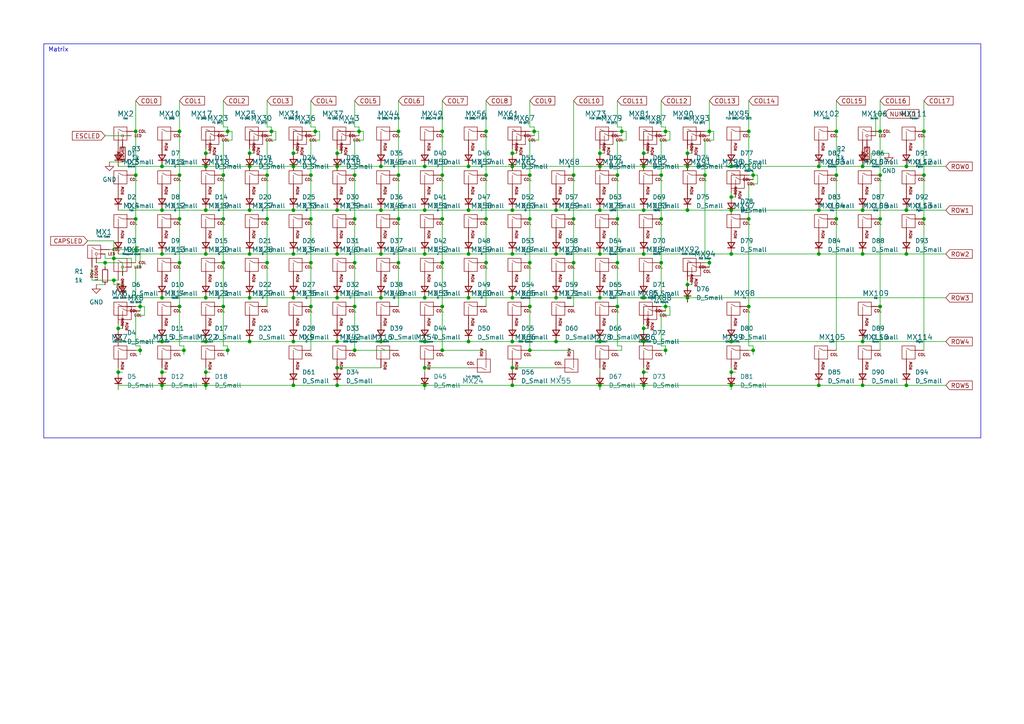
<source format=kicad_sch>
(kicad_sch (version 20230121) (generator eeschema)
  (paper "A4")
  (title_block (title "SST80") (date "2023-02-09") (rev "1.0"))
  (junction (at 179.07 88.9))
  (junction (at 148.59 86.36))
  (junction (at 66.04 38.1))
  (junction (at 242.57 50.8))
  (junction (at 30.48 76.2))
  (junction (at 78.74 38.1))
  (junction (at 110.49 48.26))
  (junction (at 140.97 38.1))
  (junction (at 104.14 38.1))
  (junction (at 262.89 111.76))
  (junction (at 166.37 50.8))
  (junction (at 148.59 48.26))
  (junction (at 77.47 50.8))
  (junction (at 179.07 76.2))
  (junction (at 140.97 63.5))
  (junction (at 59.69 86.36))
  (junction (at 161.29 60.96))
  (junction (at 52.07 50.8))
  (junction (at 77.47 76.2))
  (junction (at 205.74 76.2))
  (junction (at 97.79 60.96))
  (junction (at 123.19 111.76))
  (junction (at 166.37 76.2))
  (junction (at 148.59 73.66))
  (junction (at 179.07 50.8))
  (junction (at 186.69 48.26))
  (junction (at 186.69 73.66))
  (junction (at 173.99 99.06))
  (junction (at 140.97 50.8))
  (junction (at 59.69 99.06))
  (junction (at 135.89 73.66))
  (junction (at 85.09 44.45))
  (junction (at 40.64 101.6))
  (junction (at 33.02 74.93))
  (junction (at 186.69 95.25))
  (junction (at 102.87 50.8))
  (junction (at 77.47 63.5))
  (junction (at 199.39 48.26))
  (junction (at 97.79 99.06))
  (junction (at 46.99 107.95))
  (junction (at 33.02 81.28))
  (junction (at 72.39 86.36))
  (junction (at 72.39 73.66))
  (junction (at 85.09 73.66))
  (junction (at 140.97 76.2))
  (junction (at 102.87 101.6))
  (junction (at 217.17 63.5))
  (junction (at 123.19 48.26))
  (junction (at 110.49 86.36))
  (junction (at 204.47 50.8))
  (junction (at 46.99 86.36))
  (junction (at 212.09 57.15))
  (junction (at 153.67 76.2))
  (junction (at 97.79 73.66))
  (junction (at 193.04 88.9))
  (junction (at 128.27 101.6))
  (junction (at 161.29 99.06))
  (junction (at 250.19 48.26))
  (junction (at 46.99 48.26))
  (junction (at 52.07 63.5))
  (junction (at 218.44 50.8))
  (junction (at 59.69 73.66))
  (junction (at 128.27 38.1))
  (junction (at 148.59 111.76))
  (junction (at 242.57 38.1))
  (junction (at 34.29 95.25))
  (junction (at 46.99 111.76))
  (junction (at 128.27 63.5))
  (junction (at 90.17 88.9))
  (junction (at 262.89 48.26))
  (junction (at 115.57 38.1))
  (junction (at 66.04 101.6))
  (junction (at 212.09 107.95))
  (junction (at 123.19 99.06))
  (junction (at 72.39 44.45))
  (junction (at 64.77 76.2))
  (junction (at 166.37 63.5))
  (junction (at 173.99 86.36))
  (junction (at 193.04 101.6))
  (junction (at 186.69 86.36))
  (junction (at 115.57 63.5))
  (junction (at 148.59 60.96))
  (junction (at 46.99 73.66))
  (junction (at 85.09 99.06))
  (junction (at 115.57 76.2))
  (junction (at 90.17 63.5))
  (junction (at 212.09 48.26))
  (junction (at 250.19 60.96))
  (junction (at 110.49 60.96))
  (junction (at 262.89 60.96))
  (junction (at 110.49 99.06))
  (junction (at 173.99 48.26))
  (junction (at 255.27 38.1))
  (junction (at 255.27 63.5))
  (junction (at 59.69 44.45))
  (junction (at 59.69 60.96))
  (junction (at 85.09 48.26))
  (junction (at 52.07 76.2))
  (junction (at 97.79 44.45))
  (junction (at 237.49 111.76))
  (junction (at 39.37 63.5))
  (junction (at 34.29 107.95))
  (junction (at 72.39 48.26))
  (junction (at 267.97 50.8))
  (junction (at 237.49 48.26))
  (junction (at 242.57 63.5))
  (junction (at 199.39 60.96))
  (junction (at 153.67 63.5))
  (junction (at 267.97 38.1))
  (junction (at 123.19 73.66))
  (junction (at 186.69 99.06))
  (junction (at 59.69 111.76))
  (junction (at 110.49 73.66))
  (junction (at 153.67 50.8))
  (junction (at 173.99 111.76))
  (junction (at 191.77 76.2))
  (junction (at 153.67 88.9))
  (junction (at 128.27 76.2))
  (junction (at 173.99 60.96))
  (junction (at 267.97 63.5))
  (junction (at 102.87 63.5))
  (junction (at 64.77 63.5))
  (junction (at 250.19 111.76))
  (junction (at 97.79 86.36))
  (junction (at 218.44 101.6))
  (junction (at 85.09 86.36))
  (junction (at 212.09 60.96))
  (junction (at 250.19 99.06))
  (junction (at 115.57 50.8))
  (junction (at 186.69 60.96))
  (junction (at 191.77 63.5))
  (junction (at 59.69 107.95))
  (junction (at 123.19 86.36))
  (junction (at 193.04 38.1))
  (junction (at 123.19 106.68))
  (junction (at 173.99 73.66))
  (junction (at 135.89 99.06))
  (junction (at 39.37 72.39))
  (junction (at 102.87 76.2))
  (junction (at 39.37 38.1))
  (junction (at 154.94 38.1))
  (junction (at 102.87 88.9))
  (junction (at 128.27 50.8))
  (junction (at 199.39 82.55))
  (junction (at 91.44 38.1))
  (junction (at 85.09 111.76))
  (junction (at 153.67 101.6))
  (junction (at 237.49 73.66))
  (junction (at 161.29 73.66))
  (junction (at 205.74 38.1))
  (junction (at 97.79 106.68))
  (junction (at 97.79 111.76))
  (junction (at 90.17 50.8))
  (junction (at 180.34 38.1))
  (junction (at 161.29 86.36))
  (junction (at 191.77 50.8))
  (junction (at 186.69 44.45))
  (junction (at 255.27 88.9))
  (junction (at 72.39 99.06))
  (junction (at 97.79 48.26))
  (junction (at 250.19 73.66))
  (junction (at 199.39 44.45))
  (junction (at 128.27 88.9))
  (junction (at 179.07 63.5))
  (junction (at 186.69 107.95))
  (junction (at 64.77 50.8))
  (junction (at 53.34 101.6))
  (junction (at 135.89 60.96))
  (junction (at 262.89 73.66))
  (junction (at 217.17 88.9))
  (junction (at 173.99 44.45))
  (junction (at 212.09 111.76))
  (junction (at 237.49 60.96))
  (junction (at 135.89 48.26))
  (junction (at 148.59 44.45))
  (junction (at 255.27 50.8))
  (junction (at 123.19 60.96))
  (junction (at 90.17 76.2))
  (junction (at 148.59 99.06))
  (junction (at 46.99 60.96))
  (junction (at 85.09 60.96))
  (junction (at 135.89 86.36))
  (junction (at 40.64 88.9))
  (junction (at 52.07 88.9))
  (junction (at 72.39 60.96))
  (junction (at 212.09 99.06))
  (junction (at 52.07 38.1))
  (junction (at 148.59 106.68))
  (junction (at 199.39 86.36))
  (junction (at 39.37 50.8))
  (junction (at 64.77 88.9))
  (junction (at 186.69 111.76))
  (junction (at 59.69 48.26))
  (junction (at 217.17 38.1))
  (junction (at 46.99 99.06))
  (junction (at 212.09 73.66))
  (wire (pts (xy 205.74 76.2) (xy 205.74 74.93)))
  (wire (pts (xy 217.17 101.6) (xy 218.44 101.6)))
  (wire (pts (xy 204.47 74.93) (xy 204.47 50.8)))
  (wire (pts (xy 181.61 40.64) (xy 181.61 38.1)))
  (wire (pts (xy 219.71 53.34) (xy 219.71 50.8)))
  (wire (pts (xy 33.02 81.28) (xy 33.02 82.55)))
  (wire (pts (xy 161.29 60.96) (xy 173.99 60.96)))
  (wire (pts (xy 34.29 93.98) (xy 34.29 95.25)))
  (wire (pts (xy 77.47 40.64) (xy 80.01 40.64)))
  (wire (pts (xy 59.69 60.96) (xy 72.39 60.96)))
  (wire (pts (xy 135.89 106.68) (xy 123.19 106.68)))
  (wire (pts (xy 110.49 60.96) (xy 123.19 60.96)))
  (wire (pts (xy 105.41 40.64) (xy 105.41 38.1)))
  (wire (pts (xy 267.97 63.5) (xy 267.97 101.6)))
  (wire (pts (xy 153.67 50.8) (xy 153.67 40.64)))
  (wire (pts (xy 186.69 44.45) (xy 187.96 44.45)))
  (wire (pts (xy 102.87 76.2) (xy 102.87 63.5)))
  (wire (pts (xy 186.69 99.06) (xy 173.99 99.06)))
  (wire (pts (xy 128.27 88.9) (xy 128.27 76.2)))
  (wire (pts (xy 218.44 50.8) (xy 218.44 52.07)))
  (wire (pts (xy 115.57 101.6) (xy 102.87 101.6)))
  (wire (pts (xy 27.94 82.55) (xy 30.48 82.55)))
  (wire (pts (xy 91.44 38.1) (xy 91.44 39.37)))
  (wire (pts (xy 104.14 38.1) (xy 104.14 36.83)))
  (wire (pts (xy 181.61 38.1) (xy 180.34 38.1)))
  (wire (pts (xy 59.69 111.76) (xy 59.69 113.03)))
  (wire (pts (xy 80.01 40.64) (xy 80.01 38.1)))
  (wire (pts (xy 217.17 49.53) (xy 217.17 38.1)))
  (wire (pts (xy 135.89 48.26) (xy 148.59 48.26)))
  (wire (pts (xy 218.44 101.6) (xy 218.44 102.87)))
  (wire (pts (xy 39.37 91.44) (xy 41.91 91.44)))
  (wire (pts (xy 34.29 106.68) (xy 34.29 107.95)))
  (wire (pts (xy 30.48 76.2) (xy 35.56 76.2)))
  (wire (pts (xy 27.94 76.2) (xy 30.48 76.2)))
  (wire (pts (xy 52.07 38.1) (xy 52.07 50.8)))
  (wire (pts (xy 166.37 101.6) (xy 153.67 101.6)))
  (wire (pts (xy 105.41 38.1) (xy 104.14 38.1)))
  (wire (pts (xy 180.34 38.1) (xy 180.34 36.83)))
  (wire (pts (xy 34.29 99.06) (xy 34.29 100.33)))
  (wire (pts (xy 154.94 38.1) (xy 154.94 39.37)))
  (wire (pts (xy 156.21 40.64) (xy 156.21 38.1)))
  (wire (pts (xy 193.04 88.9) (xy 193.04 90.17)))
  (wire (pts (xy 46.99 107.95) (xy 48.26 107.95)))
  (wire (pts (xy 38.1 74.93) (xy 38.1 77.47)))
  (wire (pts (xy 255.27 38.1) (xy 255.27 50.8)))
  (wire (pts (xy 85.09 48.26) (xy 85.09 49.53)))
  (wire (pts (xy 90.17 40.64) (xy 92.71 40.64)))
  (wire (pts (xy 59.69 44.45) (xy 60.96 44.45)))
  (wire (pts (xy 148.59 86.36) (xy 161.29 86.36)))
  (wire (pts (xy 102.87 63.5) (xy 102.87 50.8)))
  (wire (pts (xy 102.87 40.64) (xy 105.41 40.64)))
  (wire (pts (xy 34.29 113.03) (xy 34.29 111.76)))
  (wire (pts (xy 194.31 88.9) (xy 193.04 88.9)))
  (wire (pts (xy 46.99 106.68) (xy 46.99 107.95)))
  (wire (pts (xy 205.74 74.93) (xy 204.47 74.93)))
  (wire (pts (xy 199.39 86.36) (xy 199.39 87.63)))
  (wire (pts (xy 110.49 86.36) (xy 123.19 86.36)))
  (wire (pts (xy 110.49 99.06) (xy 123.19 99.06)))
  (wire (pts (xy 31.75 46.99) (xy 35.56 46.99)))
  (wire (pts (xy 173.99 44.45) (xy 175.26 44.45)))
  (wire (pts (xy 35.56 80.01) (xy 35.56 76.2)))
  (wire (pts (xy 78.74 36.83) (xy 77.47 36.83)))
  (wire (pts (xy 64.77 36.83) (xy 64.77 29.21)))
  (wire (pts (xy 128.27 38.1) (xy 128.27 29.21)))
  (wire (pts (xy 161.29 106.68) (xy 148.59 106.68)))
  (wire (pts (xy 40.64 100.33) (xy 39.37 100.33)))
  (wire (pts (xy 252.73 44.45) (xy 257.81 44.45)))
  (wire (pts (xy 242.57 38.1) (xy 242.57 50.8)))
  (wire (pts (xy 212.09 106.68) (xy 212.09 107.95)))
  (wire (pts (xy 39.37 88.9) (xy 40.64 88.9)))
  (wire (pts (xy 212.09 73.66) (xy 237.49 73.66)))
  (wire (pts (xy 72.39 73.66) (xy 85.09 73.66)))
  (wire (pts (xy 161.29 99.06) (xy 148.59 99.06)))
  (wire (pts (xy 64.77 40.64) (xy 67.31 40.64)))
  (wire (pts (xy 40.64 87.63) (xy 39.37 87.63)))
  (wire (pts (xy 140.97 38.1) (xy 140.97 50.8)))
  (wire (pts (xy 40.64 88.9) (xy 40.64 90.17)))
  (wire (pts (xy 267.97 38.1) (xy 267.97 50.8)))
  (wire (pts (xy 135.89 73.66) (xy 148.59 73.66)))
  (polyline (pts (xy 284.48 12.7) (xy 284.48 127)))
  (wire (pts (xy 34.29 60.96) (xy 46.99 60.96)))
  (wire (pts (xy 199.39 43.18) (xy 199.39 44.45)))
  (wire (pts (xy 102.87 88.9) (xy 102.87 76.2)))
  (wire (pts (xy 186.69 48.26) (xy 199.39 48.26)))
  (wire (pts (xy 250.19 48.26) (xy 262.89 48.26)))
  (wire (pts (xy 153.67 40.64) (xy 156.21 40.64)))
  (wire (pts (xy 186.69 111.76) (xy 186.69 113.03)))
  (wire (pts (xy 39.37 50.8) (xy 39.37 63.5)))
  (wire (pts (xy 140.97 63.5) (xy 140.97 76.2)))
  (wire (pts (xy 173.99 99.06) (xy 161.29 99.06)))
  (wire (pts (xy 153.67 76.2) (xy 153.67 63.5)))
  (wire (pts (xy 191.77 50.8) (xy 191.77 40.64)))
  (wire (pts (xy 267.97 29.21) (xy 267.97 38.1)))
  (wire (pts (xy 91.44 36.83) (xy 90.17 36.83)))
  (wire (pts (xy 217.17 38.1) (xy 217.17 29.21)))
  (wire (pts (xy 52.07 63.5) (xy 52.07 76.2)))
  (wire (pts (xy 33.02 69.85) (xy 33.02 74.93)))
  (wire (pts (xy 180.34 100.33) (xy 179.07 100.33)))
  (wire (pts (xy 53.34 101.6) (xy 53.34 102.87)))
  (wire (pts (xy 212.09 99.06) (xy 186.69 99.06)))
  (wire (pts (xy 255.27 63.5) (xy 255.27 88.9)))
  (wire (pts (xy 46.99 48.26) (xy 59.69 48.26)))
  (wire (pts (xy 179.07 36.83) (xy 179.07 29.21)))
  (wire (pts (xy 67.31 40.64) (xy 67.31 38.1)))
  (wire (pts (xy 66.04 36.83) (xy 64.77 36.83)))
  (wire (pts (xy 77.47 88.9) (xy 77.47 76.2)))
  (wire (pts (xy 66.04 101.6) (xy 66.04 100.33)))
  (wire (pts (xy 64.77 88.9) (xy 64.77 76.2)))
  (wire (pts (xy 237.49 48.26) (xy 250.19 48.26)))
  (wire (pts (xy 39.37 38.1) (xy 39.37 50.8)))
  (wire (pts (xy 97.79 44.45) (xy 99.06 44.45)))
  (wire (pts (xy 72.39 44.45) (xy 73.66 44.45)))
  (wire (pts (xy 252.73 46.99) (xy 251.46 46.99)))
  (wire (pts (xy 212.09 57.15) (xy 213.36 57.15)))
  (wire (pts (xy 250.19 111.76) (xy 262.89 111.76)))
  (wire (pts (xy 34.29 95.25) (xy 35.56 95.25)))
  (wire (pts (xy 123.19 111.76) (xy 123.19 113.03)))
  (wire (pts (xy 102.87 36.83) (xy 102.87 29.21)))
  (wire (pts (xy 90.17 63.5) (xy 90.17 50.8)))
  (wire (pts (xy 115.57 63.5) (xy 115.57 76.2)))
  (wire (pts (xy 218.44 101.6) (xy 218.44 100.33)))
  (wire (pts (xy 102.87 50.8) (xy 102.87 40.64)))
  (wire (pts (xy 191.77 87.63) (xy 191.77 76.2)))
  (wire (pts (xy 30.48 39.37) (xy 38.1 39.37)))
  (wire (pts (xy 34.29 73.66) (xy 46.99 73.66)))
  (wire (pts (xy 97.79 43.18) (xy 97.79 44.45)))
  (wire (pts (xy 59.69 48.26) (xy 72.39 48.26)))
  (wire (pts (xy 115.57 50.8) (xy 115.57 63.5)))
  (wire (pts (xy 72.39 60.96) (xy 85.09 60.96)))
  (wire (pts (xy 104.14 36.83) (xy 102.87 36.83)))
  (wire (pts (xy 123.19 48.26) (xy 135.89 48.26)))
  (wire (pts (xy 254 33.02) (xy 254 39.37)))
  (wire (pts (xy 218.44 100.33) (xy 217.17 100.33)))
  (wire (pts (xy 217.17 53.34) (xy 219.71 53.34)))
  (wire (pts (xy 193.04 101.6) (xy 193.04 100.33)))
  (wire (pts (xy 180.34 38.1) (xy 180.34 39.37)))
  (wire (pts (xy 186.69 43.18) (xy 186.69 44.45)))
  (wire (pts (xy 191.77 76.2) (xy 191.77 63.5)))
  (wire (pts (xy 59.69 99.06) (xy 46.99 99.06)))
  (wire (pts (xy 148.59 43.18) (xy 148.59 44.45)))
  (wire (pts (xy 267.97 50.8) (xy 267.97 63.5)))
  (wire (pts (xy 191.77 36.83) (xy 191.77 29.21)))
  (wire (pts (xy 91.44 38.1) (xy 92.71 38.1)))
  (wire (pts (xy 193.04 88.9) (xy 193.04 87.63)))
  (wire (pts (xy 207.01 40.64) (xy 207.01 38.1)))
  (wire (pts (xy 212.09 111.76) (xy 237.49 111.76)))
  (wire (pts (xy 153.67 63.5) (xy 153.67 50.8)))
  (wire (pts (xy 52.07 100.33) (xy 52.07 88.9)))
  (wire (pts (xy 242.57 29.21) (xy 242.57 38.1)))
  (wire (pts (xy 173.99 86.36) (xy 186.69 86.36)))
  (wire (pts (xy 205.74 76.2) (xy 205.74 77.47)))
  (wire (pts (xy 173.99 43.18) (xy 173.99 44.45)))
  (wire (pts (xy 199.39 82.55) (xy 200.66 82.55)))
  (wire (pts (xy 78.74 38.1) (xy 78.74 36.83)))
  (wire (pts (xy 135.89 86.36) (xy 148.59 86.36)))
  (wire (pts (xy 30.48 74.93) (xy 33.02 74.93)))
  (wire (pts (xy 46.99 60.96) (xy 59.69 60.96)))
  (wire (pts (xy 91.44 38.1) (xy 91.44 36.83)))
  (wire (pts (xy 123.19 73.66) (xy 135.89 73.66)))
  (wire (pts (xy 186.69 73.66) (xy 212.09 73.66)))
  (wire (pts (xy 97.79 99.06) (xy 85.09 99.06)))
  (wire (pts (xy 72.39 86.36) (xy 85.09 86.36)))
  (wire (pts (xy 77.47 36.83) (xy 77.47 29.21)))
  (wire (pts (xy 194.31 40.64) (xy 194.31 38.1)))
  (wire (pts (xy 193.04 36.83) (xy 191.77 36.83)))
  (wire (pts (xy 53.34 101.6) (xy 53.34 100.33)))
  (wire (pts (xy 153.67 36.83) (xy 153.67 29.21)))
  (wire (pts (xy 140.97 29.21) (xy 140.97 38.1)))
  (wire (pts (xy 110.49 73.66) (xy 123.19 73.66)))
  (polyline (pts (xy 284.48 127) (xy 12.7 127)))
  (wire (pts (xy 78.74 38.1) (xy 78.74 39.37)))
  (wire (pts (xy 191.77 101.6) (xy 193.04 101.6)))
  (wire (pts (xy 166.37 50.8) (xy 166.37 63.5)))
  (wire (pts (xy 72.39 99.06) (xy 59.69 99.06)))
  (wire (pts (xy 186.69 86.36) (xy 199.39 86.36)))
  (wire (pts (xy 191.77 38.1) (xy 193.04 38.1)))
  (wire (pts (xy 59.69 48.26) (xy 59.69 49.53)))
  (wire (pts (xy 173.99 106.68) (xy 173.99 107.95)))
  (wire (pts (xy 212.09 48.26) (xy 237.49 48.26)))
  (wire (pts (xy 148.59 111.76) (xy 173.99 111.76)))
  (wire (pts (xy 173.99 73.66) (xy 186.69 73.66)))
  (wire (pts (xy 64.77 63.5) (xy 64.77 50.8)))
  (wire (pts (xy 33.02 81.28) (xy 34.29 81.28)))
  (wire (pts (xy 39.37 29.21) (xy 39.37 38.1)))
  (wire (pts (xy 194.31 91.44) (xy 194.31 88.9)))
  (wire (pts (xy 40.64 88.9) (xy 40.64 87.63)))
  (wire (pts (xy 148.59 48.26) (xy 148.59 49.53)))
  (wire (pts (xy 191.77 88.9) (xy 193.04 88.9)))
  (wire (pts (xy 39.37 63.5) (xy 39.37 72.39)))
  (wire (pts (xy 85.09 48.26) (xy 97.79 48.26)))
  (wire (pts (xy 72.39 48.26) (xy 72.39 49.53)))
  (wire (pts (xy 199.39 86.36) (xy 274.32 86.36)))
  (wire (pts (xy 115.57 76.2) (xy 115.57 88.9)))
  (wire (pts (xy 191.77 63.5) (xy 191.77 50.8)))
  (wire (pts (xy 59.69 73.66) (xy 72.39 73.66)))
  (wire (pts (xy 140.97 76.2) (xy 140.97 88.9)))
  (wire (pts (xy 115.57 29.21) (xy 115.57 38.1)))
  (wire (pts (xy 35.56 82.55) (xy 35.56 81.28)))
  (wire (pts (xy 217.17 88.9) (xy 217.17 63.5)))
  (wire (pts (xy 148.59 48.26) (xy 173.99 48.26)))
  (wire (pts (xy 46.99 111.76) (xy 46.99 113.03)))
  (wire (pts (xy 97.79 48.26) (xy 97.79 49.53)))
  (wire (pts (xy 191.77 91.44) (xy 194.31 91.44)))
  (wire (pts (xy 33.02 74.93) (xy 38.1 74.93)))
  (wire (pts (xy 242.57 63.5) (xy 242.57 101.6)))
  (wire (pts (xy 148.59 60.96) (xy 161.29 60.96)))
  (wire (pts (xy 212.09 55.88) (xy 212.09 57.15)))
  (polyline (pts (xy 12.7 12.7) (xy 12.7 127)))
  (wire (pts (xy 39.37 87.63) (xy 39.37 77.47)))
  (wire (pts (xy 262.89 73.66) (xy 274.32 73.66)))
  (wire (pts (xy 212.09 60.96) (xy 237.49 60.96)))
  (wire (pts (xy 262.89 111.76) (xy 274.32 111.76)))
  (wire (pts (xy 115.57 38.1) (xy 115.57 50.8)))
  (wire (pts (xy 204.47 40.64) (xy 207.01 40.64)))
  (polyline (pts (xy 12.7 12.7) (xy 284.48 12.7)))
  (wire (pts (xy 173.99 111.76) (xy 173.99 113.03)))
  (wire (pts (xy 59.69 111.76) (xy 85.09 111.76)))
  (wire (pts (xy 199.39 48.26) (xy 212.09 48.26)))
  (wire (pts (xy 179.07 50.8) (xy 179.07 40.64)))
  (wire (pts (xy 207.01 38.1) (xy 205.74 38.1)))
  (wire (pts (xy 77.47 38.1) (xy 78.74 38.1)))
  (wire (pts (xy 64.77 50.8) (xy 64.77 40.64)))
  (wire (pts (xy 179.07 76.2) (xy 179.07 63.5)))
  (wire (pts (xy 250.19 99.06) (xy 212.09 99.06)))
  (wire (pts (xy 72.39 43.18) (xy 72.39 44.45)))
  (wire (pts (xy 166.37 29.21) (xy 166.37 50.8)))
  (wire (pts (xy 237.49 60.96) (xy 250.19 60.96)))
  (wire (pts (xy 52.07 29.21) (xy 52.07 38.1)))
  (wire (pts (xy 30.48 73.66) (xy 30.48 74.93)))
  (wire (pts (xy 204.47 50.8) (xy 204.47 40.64)))
  (wire (pts (xy 97.79 48.26) (xy 110.49 48.26)))
  (wire (pts (xy 59.69 107.95) (xy 60.96 107.95)))
  (wire (pts (xy 34.29 48.26) (xy 46.99 48.26)))
  (wire (pts (xy 153.67 88.9) (xy 153.67 76.2)))
  (wire (pts (xy 123.19 111.76) (xy 148.59 111.76)))
  (wire (pts (xy 191.77 100.33) (xy 191.77 91.44)))
  (wire (pts (xy 39.37 101.6) (xy 40.64 101.6)))
  (wire (pts (xy 186.69 48.26) (xy 186.69 49.53)))
  (wire (pts (xy 173.99 111.76) (xy 186.69 111.76)))
  (wire (pts (xy 217.17 63.5) (xy 217.17 53.34)))
  (wire (pts (xy 85.09 43.18) (xy 85.09 44.45)))
  (wire (pts (xy 199.39 81.28) (xy 199.39 82.55)))
  (wire (pts (xy 39.37 72.39) (xy 39.37 76.2)))
  (wire (pts (xy 194.31 38.1) (xy 193.04 38.1)))
  (wire (pts (xy 193.04 101.6) (xy 193.04 102.87)))
  (wire (pts (xy 179.07 40.64) (xy 181.61 40.64)))
  (wire (pts (xy 161.29 86.36) (xy 173.99 86.36)))
  (wire (pts (xy 39.37 77.47) (xy 40.64 77.47)))
  (wire (pts (xy 102.87 38.1) (xy 104.14 38.1)))
  (wire (pts (xy 59.69 106.68) (xy 59.69 107.95)))
  (wire (pts (xy 128.27 101.6) (xy 140.97 101.6)))
  (wire (pts (xy 250.19 73.66) (xy 262.89 73.66)))
  (wire (pts (xy 179.07 38.1) (xy 180.34 38.1)))
  (wire (pts (xy 46.99 99.06) (xy 34.29 99.06)))
  (wire (pts (xy 250.19 99.06) (xy 274.32 99.06)))
  (wire (pts (xy 179.07 88.9) (xy 179.07 76.2)))
  (wire (pts (xy 218.44 50.8) (xy 218.44 49.53)))
  (wire (pts (xy 90.17 76.2) (xy 90.17 63.5)))
  (wire (pts (xy 153.67 101.6) (xy 153.67 88.9)))
  (wire (pts (xy 217.17 50.8) (xy 218.44 50.8)))
  (wire (pts (xy 41.91 91.44) (xy 41.91 88.9)))
  (wire (pts (xy 64.77 38.1) (xy 66.04 38.1)))
  (wire (pts (xy 128.27 50.8) (xy 128.27 38.1)))
  (wire (pts (xy 179.07 63.5) (xy 179.07 50.8)))
  (wire (pts (xy 97.79 86.36) (xy 110.49 86.36)))
  (wire (pts (xy 66.04 101.6) (xy 66.04 102.87)))
  (wire (pts (xy 252.73 44.45) (xy 252.73 46.99)))
  (wire (pts (xy 199.39 44.45) (xy 200.66 44.45)))
  (wire (pts (xy 30.48 76.2) (xy 30.48 77.47)))
  (wire (pts (xy 161.29 73.66) (xy 173.99 73.66)))
  (wire (pts (xy 199.39 48.26) (xy 199.39 49.53)))
  (wire (pts (xy 66.04 100.33) (xy 64.77 100.33)))
  (wire (pts (xy 255.27 50.8) (xy 255.27 63.5)))
  (wire (pts (xy 191.77 40.64) (xy 194.31 40.64)))
  (wire (pts (xy 205.74 29.21) (xy 205.74 38.1)))
  (wire (pts (xy 90.17 88.9) (xy 90.17 101.6)))
  (wire (pts (xy 128.27 76.2) (xy 128.27 63.5)))
  (wire (pts (xy 179.07 100.33) (xy 179.07 88.9)))
  (wire (pts (xy 97.79 73.66) (xy 110.49 73.66)))
  (wire (pts (xy 64.77 76.2) (xy 64.77 63.5)))
  (wire (pts (xy 173.99 60.96) (xy 186.69 60.96)))
  (wire (pts (xy 237.49 73.66) (xy 250.19 73.66)))
  (wire (pts (xy 46.99 86.36) (xy 59.69 86.36)))
  (wire (pts (xy 219.71 50.8) (xy 218.44 50.8)))
  (wire (pts (xy 39.37 100.33) (xy 39.37 91.44)))
  (wire (pts (xy 205.74 38.1) (xy 205.74 39.37)))
  (wire (pts (xy 212.09 111.76) (xy 212.09 113.03)))
  (wire (pts (xy 90.17 50.8) (xy 90.17 40.64)))
  (wire (pts (xy 52.07 101.6) (xy 53.34 101.6)))
  (wire (pts (xy 77.47 50.8) (xy 77.47 40.64)))
  (wire (pts (xy 135.89 99.06) (xy 123.19 99.06)))
  (wire (pts (xy 186.69 111.76) (xy 212.09 111.76)))
  (wire (pts (xy 64.77 101.6) (xy 66.04 101.6)))
  (wire (pts (xy 40.64 101.6) (xy 40.64 102.87)))
  (wire (pts (xy 123.19 60.96) (xy 135.89 60.96)))
  (wire (pts (xy 85.09 86.36) (xy 97.79 86.36)))
  (wire (pts (xy 212.09 60.96) (xy 212.09 62.23)))
  (wire (pts (xy 80.01 38.1) (xy 78.74 38.1)))
  (wire (pts (xy 85.09 44.45) (xy 86.36 44.45)))
  (wire (pts (xy 204.47 38.1) (xy 205.74 38.1)))
  (wire (pts (xy 46.99 73.66) (xy 59.69 73.66)))
  (wire (pts (xy 262.89 60.96) (xy 274.32 60.96)))
  (wire (pts (xy 85.09 99.06) (xy 72.39 99.06)))
  (wire (pts (xy 92.71 40.64) (xy 92.71 38.1)))
  (wire (pts (xy 186.69 93.98) (xy 186.69 95.25)))
  (wire (pts (xy 199.39 60.96) (xy 212.09 60.96)))
  (wire (pts (xy 148.59 73.66) (xy 161.29 73.66)))
  (wire (pts (xy 33.02 69.85) (xy 25.4 69.85)))
  (wire (pts (xy 193.04 38.1) (xy 193.04 36.83)))
  (wire (pts (xy 85.09 73.66) (xy 97.79 73.66)))
  (wire (pts (xy 186.69 99.06) (xy 186.69 100.33)))
  (wire (pts (xy 102.87 101.6) (xy 102.87 88.9)))
  (wire (pts (xy 110.49 106.68) (xy 97.79 106.68)))
  (wire (pts (xy 212.09 107.95) (xy 213.36 107.95)))
  (wire (pts (xy 59.69 86.36) (xy 72.39 86.36)))
  (wire (pts (xy 110.49 99.06) (xy 97.79 99.06)))
  (wire (pts (xy 255.27 88.9) (xy 255.27 101.6)))
  (wire (pts (xy 34.29 111.76) (xy 46.99 111.76)))
  (wire (pts (xy 217.17 100.33) (xy 217.17 88.9)))
  (wire (pts (xy 242.57 50.8) (xy 242.57 63.5)))
  (wire (pts (xy 40.64 72.39) (xy 39.37 72.39)))
  (wire (pts (xy 166.37 63.5) (xy 166.37 76.2)))
  (wire (pts (xy 26.67 77.47) (xy 26.67 81.28)))
  (wire (pts (xy 40.64 77.47) (xy 40.64 72.39)))
  (wire (pts (xy 40.64 101.6) (xy 40.64 100.33)))
  (wire (pts (xy 85.09 111.76) (xy 97.79 111.76)))
  (wire (pts (xy 166.37 76.2) (xy 166.37 88.9)))
  (wire (pts (xy 193.04 87.63) (xy 191.77 87.63)))
  (wire (pts (xy 148.59 44.45) (xy 149.86 44.45)))
  (wire (pts (xy 135.89 60.96) (xy 148.59 60.96)))
  (wire (pts (xy 173.99 48.26) (xy 186.69 48.26)))
  (wire (pts (xy 140.97 50.8) (xy 140.97 63.5)))
  (wire (pts (xy 52.07 88.9) (xy 52.07 76.2)))
  (wire (pts (xy 33.02 82.55) (xy 35.56 82.55)))
  (wire (pts (xy 193.04 38.1) (xy 193.04 39.37)))
  (wire (pts (xy 186.69 106.68) (xy 186.69 107.95)))
  (wire (pts (xy 193.04 100.33) (xy 191.77 100.33)))
  (wire (pts (xy 46.99 111.76) (xy 59.69 111.76)))
  (wire (pts (xy 154.94 38.1) (xy 156.21 38.1)))
  (wire (pts (xy 154.94 38.1) (xy 154.94 36.83)))
  (wire (pts (xy 123.19 106.68) (xy 123.19 107.95)))
  (wire (pts (xy 64.77 100.33) (xy 64.77 88.9)))
  (wire (pts (xy 204.47 76.2) (xy 205.74 76.2)))
  (wire (pts (xy 90.17 36.83) (xy 90.17 29.21)))
  (wire (pts (xy 262.89 48.26) (xy 274.32 48.26)))
  (wire (pts (xy 179.07 101.6) (xy 180.34 101.6)))
  (wire (pts (xy 26.67 81.28) (xy 33.02 81.28)))
  (wire (pts (xy 123.19 86.36) (xy 135.89 86.36)))
  (wire (pts (xy 237.49 111.76) (xy 250.19 111.76)))
  (wire (pts (xy 218.44 49.53) (xy 217.17 49.53)))
  (wire (pts (xy 180.34 36.83) (xy 179.07 36.83)))
  (wire (pts (xy 148.59 99.06) (xy 135.89 99.06)))
  (wire (pts (xy 186.69 107.95) (xy 187.96 107.95)))
  (wire (pts (xy 97.79 111.76) (xy 123.19 111.76)))
  (wire (pts (xy 256.54 33.02) (xy 254 33.02)))
  (wire (pts (xy 153.67 38.1) (xy 154.94 38.1)))
  (wire (pts (xy 90.17 88.9) (xy 90.17 76.2)))
  (wire (pts (xy 66.04 38.1) (xy 66.04 39.37)))
  (wire (pts (xy 186.69 95.25) (xy 187.96 95.25)))
  (wire (pts (xy 72.39 48.26) (xy 85.09 48.26)))
  (wire (pts (xy 35.56 86.36) (xy 46.99 86.36)))
  (wire (pts (xy 154.94 36.83) (xy 153.67 36.83)))
  (wire (pts (xy 31.75 72.39) (xy 39.37 72.39)))
  (wire (pts (xy 66.04 38.1) (xy 67.31 38.1)))
  (wire (pts (xy 59.69 43.18) (xy 59.69 44.45)))
  (wire (pts (xy 186.69 60.96) (xy 199.39 60.96)))
  (wire (pts (xy 128.27 88.9) (xy 128.27 101.6)))
  (wire (pts (xy 53.34 100.33) (xy 52.07 100.33)))
  (wire (pts (xy 34.29 107.95) (xy 35.56 107.95)))
  (wire (pts (xy 104.14 38.1) (xy 104.14 39.37)))
  (wire (pts (xy 128.27 63.5) (xy 128.27 50.8)))
  (wire (pts (xy 77.47 76.2) (xy 77.47 63.5)))
  (wire (pts (xy 66.04 38.1) (xy 66.04 36.83)))
  (wire (pts (xy 85.09 60.96) (xy 97.79 60.96)))
  (wire (pts (xy 110.49 48.26) (xy 123.19 48.26)))
  (wire (pts (xy 173.99 48.26) (xy 173.99 49.53)))
  (wire (pts (xy 52.07 50.8) (xy 52.07 63.5)))
  (wire (pts (xy 180.34 101.6) (xy 180.34 100.33)))
  (wire (pts (xy 41.91 88.9) (xy 40.64 88.9)))
  (wire (pts (xy 255.27 29.21) (xy 255.27 38.1)))
  (wire (pts (xy 250.19 60.96) (xy 262.89 60.96)))
  (wire (pts (xy 77.47 63.5) (xy 77.47 50.8)))
  (wire (pts (xy 97.79 60.96) (xy 110.49 60.96)))
  (wire (pts (xy 90.17 38.1) (xy 91.44 38.1)))
  (text "Matrix\n" (at 13.97 15.24 0) (effects (font (size 1.27 1.27)) (justify left bottom)))
  (global_label "COL16" (shape input) (at 255.27 29.21 0) (property "Intersheetrefs" "${INTERSHEET_REFS}" (effects hide)))
  (global_label "ROW2" (shape input) (at 274.32 73.66 0) (property "Intersheetrefs" "${INTERSHEET_REFS}" (effects hide)))
  (global_label "COL9" (shape input) (at 153.67 29.21 0) (property "Intersheetrefs" "${INTERSHEET_REFS}" (effects hide)))
  (global_label "COL2" (shape input) (at 64.77 29.21 0) (property "Intersheetrefs" "${INTERSHEET_REFS}" (effects hide)))
  (global_label "COL14" (shape input) (at 217.17 29.21 0) (property "Intersheetrefs" "${INTERSHEET_REFS}" (effects hide)))
  (global_label "COL8" (shape input) (at 140.97 29.21 0) (property "Intersheetrefs" "${INTERSHEET_REFS}" (effects hide)))
  (global_label "ROW5" (shape input) (at 274.32 111.76 0) (property "Intersheetrefs" "${INTERSHEET_REFS}" (effects hide)))
  (global_label "COL12" (shape input) (at 191.77 29.21 0) (property "Intersheetrefs" "${INTERSHEET_REFS}" (effects hide)))
  (global_label "COL5" (shape input) (at 102.87 29.21 0) (property "Intersheetrefs" "${INTERSHEET_REFS}" (effects hide)))
  (global_label "ESCLED" (shape input) (at 30.48 39.37 180) (property "Intersheetrefs" "${INTERSHEET_REFS}" (effects hide)))
  (global_label "COL6" (shape input) (at 115.57 29.21 0) (property "Intersheetrefs" "${INTERSHEET_REFS}" (effects hide)))
  (global_label "COL10" (shape input) (at 166.37 29.21 0) (property "Intersheetrefs" "${INTERSHEET_REFS}" (effects hide)))
  (global_label "COL0" (shape input) (at 39.37 29.21 0) (property "Intersheetrefs" "${INTERSHEET_REFS}" (effects hide)))
  (global_label "COL7" (shape input) (at 128.27 29.21 0) (property "Intersheetrefs" "${INTERSHEET_REFS}" (effects hide)))
  (global_label "COL15" (shape input) (at 242.57 29.21 0) (property "Intersheetrefs" "${INTERSHEET_REFS}" (effects hide)))
  (global_label "ROW0" (shape input) (at 274.32 48.26 0) (property "Intersheetrefs" "${INTERSHEET_REFS}" (effects hide)))
  (global_label "COL11" (shape input) (at 179.07 29.21 0) (property "Intersheetrefs" "${INTERSHEET_REFS}" (effects hide)))
  (global_label "CAPSLED" (shape input) (at 25.4 69.85 180) (property "Intersheetrefs" "${INTERSHEET_REFS}" (effects hide)))
  (global_label "COL3" (shape input) (at 77.47 29.21 0) (property "Intersheetrefs" "${INTERSHEET_REFS}" (effects hide)))
  (global_label "COL17" (shape input) (at 267.97 29.21 0) (property "Intersheetrefs" "${INTERSHEET_REFS}" (effects hide)))
  (global_label "ROW1" (shape input) (at 274.32 60.96 0) (property "Intersheetrefs" "${INTERSHEET_REFS}" (effects hide)))
  (global_label "COL13" (shape input) (at 205.74 29.21 0) (property "Intersheetrefs" "${INTERSHEET_REFS}" (effects hide)))
  (global_label "ROW4" (shape input) (at 274.32 99.06 0) (property "Intersheetrefs" "${INTERSHEET_REFS}" (effects hide)))
  (global_label "ROW3" (shape input) (at 274.32 86.36 0) (property "Intersheetrefs" "${INTERSHEET_REFS}" (effects hide)))
  (global_label "COL4" (shape input) (at 90.17 29.21 0) (property "Intersheetrefs" "${INTERSHEET_REFS}" (effects hide)))
  (global_label "NUMLED" (shape input) (at 256.54 33.02 0) (property "Intersheetrefs" "${INTERSHEET_REFS}" (effects hide)))
  (global_label "COL1" (shape input) (at 52.07 29.21 0) (property "Intersheetrefs" "${INTERSHEET_REFS}" (effects hide)))
  (symbol (lib_id "cipulot_parts:MX-NoLED") (at 48.26 90.17 0) (unit 1)
    (property "Reference" "MX14" (at 50.8 85.09 0) (effects (font (size 1.524 1.524))))
    (property "Value" "NUBS" (at 50.8 86.36 0) (effects (font (size 0.508 0.508))))
    (property "Footprint" "MX_Alps_Hybrid:MX-1U-NoLED" (effects hide))
  )
  (symbol (lib_id "cipulot_parts:MX-NoLED") (at 213.36 90.17 0) (unit 1)
    (property "Reference" "MX98" (at 215.9 85.09 0) (effects (font (size 1.524 1.524))))
    (property "Value" "Fn" (at 215.9 86.36 0) (effects (font (size 0.508 0.508))))
    (property "Footprint" "MX_Alps_Hybrid:MX-1U-NoLED" (effects hide))
  )
  (symbol (lib_id "Device:D_Small") (at 72.39 83.82 90) (unit 1)
    (property "Reference" "D22" (at 74.93 82.5499 90) (effects (justify right)))
    (property "Value" "D_Small" (at 74.93 85.0899 90) (effects (justify right)))
    (property "Footprint" "Diode_SMD:D_SOD-123" (effects hide))
  )
  (symbol (lib_id "cipulot_parts:MX-NoLED") (at 60.96 90.17 0) (unit 1)
    (property "Reference" "MX21" (at 63.5 85.09 0) (effects (font (size 1.524 1.524))))
    (property "Value" "Z" (at 63.5 86.36 0) (effects (font (size 0.508 0.508))))
    (property "Footprint" "MX_Alps_Hybrid:MX-1U-NoLED" (effects hide))
  )
  (symbol (lib_id "Device:D_Small") (at 34.29 45.72 90) (unit 1)
    (property "Reference" "D1" (at 36.83 44.4499 90) (effects (justify right)))
    (property "Value" "D_Small" (at 36.83 46.9899 90) (effects (justify right)))
    (property "Footprint" "Diode_SMD:D_SOD-123" (effects hide))
  )
  (symbol (lib_id "cipulot_parts:MX-NoLED") (at 111.76 39.37 0) (unit 1)
    (property "Reference" "MX44" (at 112.6456 33.02 0) (effects (font (size 1.524 1.524))))
    (property "Value" "F6 (88)/F5 (87)" (at 112.6456 34.29 0) (effects (font (size 0.508 0.508))))
    (property "Footprint" "MX_Alps_Hybrid:MX-1U-NoLED" (effects hide))
  )
  (symbol (lib_id "cipulot_parts:MX-NoLED") (at 149.86 102.87 0) (unit 1)
    (property "Reference" "MX66" (at 152.4 97.79 0) (effects (font (size 1.524 1.524))))
    (property "Value" "300 Space" (at 152.4 99.06 0) (effects (font (size 0.508 0.508))))
    (property "Footprint" "MX_Alps_Hybrid:MX-3U-ReversedStabilizers-NoLED" (effects hide))
  )
  (symbol (lib_id "cipulot_parts:MX-NoLED") (at 99.06 52.07 0) (unit 1)
    (property "Reference" "MX38" (at 101.6 46.99 0) (effects (font (size 1.524 1.524))))
    (property "Value" "5" (at 101.6 48.26 0) (effects (font (size 0.508 0.508))))
    (property "Footprint" "MX_Alps_Hybrid:MX-1U-NoLED" (effects hide))
  )
  (symbol (lib_id "cipulot_parts:MX-NoLED") (at 189.23 91.44 0) (unit 1)
    (property "Reference" "MX88" (at 191.77 86.36 0) (effects (font (size 1.524 1.524))))
    (property "Value" "Full RShift" (at 191.77 87.63 0) (effects (font (size 0.508 0.508))))
    (property "Footprint" "MX_Alps_Hybrid:MX-2.75U-NoLED" (effects hide))
  )
  (symbol (lib_id "cipulot_parts:MX-NoLED") (at 111.76 64.77 0) (unit 1)
    (property "Reference" "MX46" (at 114.3 59.69 0) (effects (font (size 1.524 1.524))))
    (property "Value" "Y" (at 114.3 60.96 0) (effects (font (size 0.508 0.508))))
    (property "Footprint" "MX_Alps_Hybrid:MX-1U-NoLED" (effects hide))
  )
  (symbol (lib_id "cipulot_parts:MX-NoLED") (at 124.46 77.47 0) (unit 1)
    (property "Reference" "MX52" (at 127 72.39 0) (effects (font (size 1.524 1.524))))
    (property "Value" "J" (at 127 73.66 0) (effects (font (size 0.508 0.508))))
    (property "Footprint" "MX_Alps_Hybrid:MX-1U-NoLED" (effects hide))
  )
  (symbol (lib_id "cipulot_parts:MX-NoLED") (at 238.76 102.87 0) (unit 1)
    (property "Reference" "MX105" (at 241.3 97.79 0) (effects (font (size 1.524 1.524))))
    (property "Value" "Left" (at 241.3 99.06 0) (effects (font (size 0.508 0.508))))
    (property "Footprint" "MX_Alps_Hybrid:MX-1U-NoLED" (effects hide))
  )
  (symbol (lib_id "Device:D_Small") (at 237.49 45.72 90) (unit 1)
    (property "Reference" "D82" (at 240.03 44.4499 90) (effects (justify right)))
    (property "Value" "D_Small" (at 240.03 46.9899 90) (effects (justify right)))
    (property "Footprint" "Diode_SMD:D_SOD-123" (effects hide))
  )
  (symbol (lib_id "Device:D_Small") (at 85.09 58.42 90) (unit 1)
    (property "Reference" "D25" (at 87.63 57.1499 90) (effects (justify right)))
    (property "Value" "D_Small" (at 87.63 59.6899 90) (effects (justify right)))
    (property "Footprint" "Diode_SMD:D_SOD-123" (effects hide))
  )
  (symbol (lib_id "cipulot_parts:MX-NoLED") (at 124.46 52.07 0) (unit 1)
    (property "Reference" "MX50" (at 127 46.99 0) (effects (font (size 1.524 1.524))))
    (property "Value" "7" (at 127 48.26 0) (effects (font (size 0.508 0.508))))
    (property "Footprint" "MX_Alps_Hybrid:MX-1U-NoLED" (effects hide))
  )
  (symbol (lib_id "Device:D_Small") (at 135.89 83.82 90) (unit 1)
    (property "Reference" "D49" (at 138.43 82.5499 90) (effects (justify right)))
    (property "Value" "D_Small" (at 138.43 85.0899 90) (effects (justify right)))
    (property "Footprint" "Diode_SMD:D_SOD-123" (effects hide))
  )
  (symbol (lib_id "Device:D_Small") (at 237.49 71.12 90) (unit 1)
    (property "Reference" "D84" (at 240.03 69.8499 90) (effects (justify right)))
    (property "Value" "D_Small" (at 240.03 72.3899 90) (effects (justify right)))
    (property "Footprint" "Diode_SMD:D_SOD-123" (effects hide))
  )
  (symbol (lib_id "Device:D_Small") (at 161.29 71.12 90) (unit 1)
    (property "Reference" "D58" (at 163.83 69.8499 90) (effects (justify right)))
    (property "Value" "D_Small" (at 163.83 72.3899 90) (effects (justify right)))
    (property "Footprint" "Diode_SMD:D_SOD-123" (effects hide))
  )
  (symbol (lib_id "cipulot_parts:MX-NoLED") (at 162.56 52.07 0) (unit 1)
    (property "Reference" "MX68" (at 165.1 46.99 0) (effects (font (size 1.524 1.524))))
    (property "Value" "0" (at 165.1 48.26 0) (effects (font (size 0.508 0.508))))
    (property "Footprint" "MX_Alps_Hybrid:MX-1U-NoLED" (effects hide))
  )
  (symbol (lib_id "cipulot_parts:MX-NoLED") (at 162.56 90.17 0) (unit 1)
    (property "Reference" "MX71" (at 165.1 85.09 0) (effects (font (size 1.524 1.524))))
    (property "Value" "Dot" (at 165.1 86.36 0) (effects (font (size 0.508 0.508))))
    (property "Footprint" "MX_Alps_Hybrid:MX-1U-NoLED" (effects hide))
  )
  (symbol (lib_id "cipulot_parts:MX-NoLED") (at 73.66 52.07 0) (unit 1)
    (property "Reference" "MX26" (at 76.2 46.99 0) (effects (font (size 1.524 1.524))))
    (property "Value" "3" (at 76.2 48.26 0) (effects (font (size 0.508 0.508))))
    (property "Footprint" "MX_Alps_Hybrid:MX-1U-NoLED" (effects hide))
  )
  (symbol (lib_id "Device:D_Small") (at 97.79 96.52 90) (unit 1)
    (property "Reference" "D33" (at 100.33 95.2499 90) (effects (justify right)))
    (property "Value" "D_Small" (at 100.33 97.7899 90) (effects (justify right)))
    (property "Footprint" "Diode_SMD:D_SOD-123" (effects hide))
  )
  (symbol (lib_id "cipulot_parts:MX-NoLED") (at 264.16 39.37 0) (unit 1)
    (property "Reference" "MX111" (at 265.0456 33.02 0) (effects (font (size 1.524 1.524))))
    (property "Value" "Pause" (at 265.0456 34.29 0) (effects (font (size 0.508 0.508))))
    (property "Footprint" "MX_Alps_Hybrid:MX-1U-NoLED" (effects hide))
  )
  (symbol (lib_id "cipulot_parts:MX-NoLED") (at 189.23 40.64 0) (unit 1)
    (property "Reference" "MX87" (at 190.1156 34.29 0) (effects (font (size 1.524 1.524))))
    (property "Value" "F10 (87)" (at 190.1156 35.56 0) (effects (font (size 0.508 0.508))))
    (property "Footprint" "MX_Alps_Hybrid:MX-1U-NoLED" (effects hide))
  )
  (symbol (lib_id "Device:D_Small") (at 85.09 96.52 90) (unit 1)
    (property "Reference" "D28" (at 87.63 95.2499 90) (effects (justify right)))
    (property "Value" "D_Small" (at 87.63 97.7899 90) (effects (justify right)))
    (property "Footprint" "Diode_SMD:D_SOD-123" (effects hide))
  )
  (symbol (lib_id "cipulot_parts:MX-NoLED") (at 162.56 64.77 0) (unit 1)
    (property "Reference" "MX69" (at 165.1 59.69 0) (effects (font (size 1.524 1.524))))
    (property "Value" "P" (at 165.1 60.96 0) (effects (font (size 0.508 0.508))))
    (property "Footprint" "MX_Alps_Hybrid:MX-1U-NoLED" (effects hide))
  )
  (symbol (lib_id "cipulot_parts:MX-NoLED") (at 60.96 52.07 0) (unit 1)
    (property "Reference" "MX18" (at 63.5 46.99 0) (effects (font (size 1.524 1.524))))
    (property "Value" "2" (at 63.5 48.26 0) (effects (font (size 0.508 0.508))))
    (property "Footprint" "MX_Alps_Hybrid:MX-1U-NoLED" (effects hide))
  )
  (symbol (lib_id "cipulot_parts:MX-NoLED") (at 175.26 90.17 0) (unit 1)
    (property "Reference" "MX77" (at 177.8 85.09 0) (effects (font (size 1.524 1.524))))
    (property "Value" "SLSH" (at 177.8 86.36 0) (effects (font (size 0.508 0.508))))
    (property "Footprint" "MX_Alps_Hybrid:MX-1U-NoLED" (effects hide))
  )
  (symbol (lib_id "cipulot_parts:MX-NoLED") (at 48.26 39.37 0) (unit 1)
    (property "Reference" "MX10" (at 49.1456 33.02 0) (effects (font (size 1.524 1.524))))
    (property "Value" "F1 (88)" (at 49.1456 34.29 0) (effects (font (size 0.508 0.508))))
    (property "Footprint" "MX_Alps_Hybrid:MX-1U-NoLED" (effects hide))
  )
  (symbol (lib_id "Device:D_Small") (at 262.89 58.42 90) (unit 1)
    (property "Reference" "D92" (at 265.43 57.1499 90) (effects (justify right)))
    (property "Value" "D_Small" (at 265.43 59.6899 90) (effects (justify right)))
    (property "Footprint" "Diode_SMD:D_SOD-123" (effects hide))
  )
  (symbol (lib_id "Device:D_Small") (at 85.09 109.22 90) (unit 1)
    (property "Reference" "D61" (at 87.63 107.9499 90) (effects (justify right)))
    (property "Value" "D_Small" (at 87.63 110.4899 90) (effects (justify right)))
    (property "Footprint" "Diode_SMD:D_SOD-123" (effects hide))
  )
  (symbol (lib_id "Device:D_Small") (at 123.19 83.82 90) (unit 1)
    (property "Reference" "D43" (at 125.73 82.5499 90) (effects (justify right)))
    (property "Value" "D_Small" (at 125.73 85.0899 90) (effects (justify right)))
    (property "Footprint" "Diode_SMD:D_SOD-123" (effects hide))
  )
  (symbol (lib_id "cipulot_parts:MX-NoLED") (at 86.36 39.37 0) (unit 1)
    (property "Reference" "MX31" (at 83.82 33.02 0) (effects (font (size 1.524 1.524))))
    (property "Value" "F4 (88)" (at 83.82 34.29 0) (effects (font (size 0.508 0.508))))
    (property "Footprint" "MX_Alps_Hybrid:MX-1U-NoLED" (effects hide))
  )
  (symbol (lib_id "cipulot_parts:MX-NoLED") (at 149.86 77.47 0) (unit 1)
    (property "Reference" "MX64" (at 152.4 72.39 0) (effects (font (size 1.524 1.524))))
    (property "Value" "L" (at 152.4 73.66 0) (effects (font (size 0.508 0.508))))
    (property "Footprint" "MX_Alps_Hybrid:MX-1U-NoLED" (effects hide))
  )
  (symbol (lib_id "Device:D_Small") (at 110.49 45.72 90) (unit 1)
    (property "Reference" "D35" (at 113.03 44.4499 90) (effects (justify right)))
    (property "Value" "D_Small" (at 113.03 46.9899 90) (effects (justify right)))
    (property "Footprint" "Diode_SMD:D_SOD-123" (effects hide))
  )
  (symbol (lib_id "Device:D_Small") (at 237.49 58.42 90) (unit 1)
    (property "Reference" "D83" (at 240.03 57.1499 90) (effects (justify right)))
    (property "Value" "D_Small" (at 240.03 59.6899 90) (effects (justify right)))
    (property "Footprint" "Diode_SMD:D_SOD-123" (effects hide))
  )
  (symbol (lib_id "cipulot_parts:MX-NoLED") (at 238.76 39.37 0) (unit 1)
    (property "Reference" "MX102" (at 239.6456 33.02 0) (effects (font (size 1.524 1.524))))
    (property "Value" "Print" (at 239.6456 34.29 0) (effects (font (size 0.508 0.508))))
    (property "Footprint" "MX_Alps_Hybrid:MX-1U-NoLED" (effects hide))
  )
  (symbol (lib_id "Device:D_Small") (at 46.99 110.49 90) (unit 1)
    (property "Reference" "D12" (at 49.53 109.2199 90) (effects (justify right)))
    (property "Value" "D_Small" (at 49.53 111.7599 90) (effects (justify right)))
    (property "Footprint" "Diode_SMD:D_SOD-123" (effects hide))
  )
  (symbol (lib_id "Device:D_Small") (at 148.59 109.22 90) (unit 1)
    (property "Reference" "D56" (at 151.13 107.9499 90) (effects (justify right)))
    (property "Value" "D_Small" (at 151.13 110.4899 90) (effects (justify right)))
    (property "Footprint" "Diode_SMD:D_SOD-123" (effects hide))
  )
  (symbol (lib_id "cipulot_parts:MX-NoLED") (at 48.26 77.47 0) (unit 1)
    (property "Reference" "MX13" (at 50.8 72.39 0) (effects (font (size 1.524 1.524))))
    (property "Value" "A" (at 50.8 73.66 0) (effects (font (size 0.508 0.508))))
    (property "Footprint" "MX_Alps_Hybrid:MX-1U-NoLED" (effects hide))
  )
  (symbol (lib_id "cipulot_parts:MX-NoLED") (at 124.46 90.17 0) (unit 1)
    (property "Reference" "MX53" (at 127 85.09 0) (effects (font (size 1.524 1.524))))
    (property "Value" "N" (at 127 86.36 0) (effects (font (size 0.508 0.508))))
    (property "Footprint" "MX_Alps_Hybrid:MX-1U-NoLED" (effects hide))
  )
  (symbol (lib_id "cipulot_parts:MX-LED") (at 251.46 39.37 0) (unit 1)
    (property "Reference" "MX106" (at 253.6156 33.02 0) (effects (font (size 1.524 1.524))))
    (property "Value" "Scroll" (at 253.6156 34.29 0) (effects (font (size 0.508 0.508))))
    (property "Footprint" "MX_Alps_Hybrid:MX-1U" (effects hide))
  )
  (symbol (lib_id "Device:D_Small") (at 110.49 96.52 90) (unit 1)
    (property "Reference" "D39" (at 113.03 95.2499 90) (effects (justify right)))
    (property "Value" "D_Small" (at 113.03 97.7899 90) (effects (justify right)))
    (property "Footprint" "Diode_SMD:D_SOD-123" (effects hide))
  )
  (symbol (lib_id "cipulot_parts:MX-NoLED") (at 213.36 52.07 0) (unit 1)
    (property "Reference" "MX96" (at 212.4744 46.99 0) (effects (font (size 1.524 1.524))))
    (property "Value" "Full BSPC" (at 212.4744 48.26 0) (effects (font (size 0.508 0.508))))
    (property "Footprint" "MX_Alps_Hybrid:MX-2U-NoLED" (effects hide))
  )
  (symbol (lib_id "Device:D_Small") (at 97.79 83.82 90) (unit 1)
    (property "Reference" "D32" (at 100.33 82.5499 90) (effects (justify right)))
    (property "Value" "D_Small" (at 100.33 85.0899 90) (effects (justify right)))
    (property "Footprint" "Diode_SMD:D_SOD-123" (effects hide))
  )
  (symbol (lib_name "MX-LED_1") (lib_id "cipulot_parts:MX-LED") (at 35.56 77.47 0) (unit 1)
    (property "Reference" "MX5" (at 38.1 72.39 0) (effects (font (size 1.524 1.524))))
    (property "Value" "Stepped caps" (at 38.1 73.66 0) (effects (font (size 0.508 0.508))))
    (property "Footprint" "MX_Alps_Hybrid:MX-1.25U-FLIPPED" (effects hide))
  )
  (symbol (lib_id "Device:D_Small") (at 237.49 109.22 90) (unit 1)
    (property "Reference" "D85" (at 240.03 107.9499 90) (effects (justify right)))
    (property "Value" "D_Small" (at 240.03 110.4899 90) (effects (justify right)))
    (property "Footprint" "Diode_SMD:D_SOD-123" (effects hide))
  )
  (symbol (lib_id "cipulot_parts:MX-NoLED") (at 60.96 102.87 0) (unit 1)
    (property "Reference" "MX22" (at 60.0744 97.79 0) (effects (font (size 1.524 1.524))))
    (property "Value" "150 LALT" (at 60.0744 99.06 0) (effects (font (size 0.508 0.508))))
    (property "Footprint" "MX_Alps_Hybrid:MX-1.5U-NoLED" (effects hide))
  )
  (symbol (lib_id "cipulot_parts:MX-NoLED") (at 264.16 64.77 0) (unit 1)
    (property "Reference" "MX113" (at 266.7 59.69 0) (effects (font (size 1.524 1.524))))
    (property "Value" "PgDn" (at 266.7 60.96 0) (effects (font (size 0.508 0.508))))
    (property "Footprint" "MX_Alps_Hybrid:MX-1U-NoLED" (effects hide))
  )
  (symbol (lib_id "cipulot_parts:MX-NoLED") (at 60.96 64.77 0) (unit 1)
    (property "Reference" "MX19" (at 63.5 59.69 0) (effects (font (size 1.524 1.524))))
    (property "Value" "W" (at 63.5 60.96 0) (effects (font (size 0.508 0.508))))
    (property "Footprint" "MX_Alps_Hybrid:MX-1U-NoLED" (effects hide))
  )
  (symbol (lib_name "MX-NoLED_5") (lib_id "cipulot_parts:MX-NoLED") (at 151.13 40.64 0) (unit 1)
    (property "Reference" "MX67" (at 152.0156 34.29 0) (effects (font (size 1.524 1.524))))
    (property "Value" "F8 (87)" (at 152.0156 35.56 0) (effects (font (size 0.508 0.508))))
    (property "Footprint" "MX_Alps_Hybrid:MX-1U-NoLED" (effects hide))
  )
  (symbol (lib_id "cipulot_parts:MX-NoLED") (at 35.56 102.87 0) (unit 1)
    (property "Reference" "MX7" (at 34.6744 97.79 0) (effects (font (size 1.524 1.524))))
    (property "Value" "150 LCTRL" (at 34.6744 99.06 0) (effects (font (size 0.508 0.508))))
    (property "Footprint" "MX_Alps_Hybrid:MX-1.5U-NoLED" (effects hide))
  )
  (symbol (lib_id "cipulot_parts:MX-NoLED") (at 73.66 77.47 0) (unit 1)
    (property "Reference" "MX28" (at 76.2 72.39 0) (effects (font (size 1.524 1.524))))
    (property "Value" "D" (at 76.2 73.66 0) (effects (font (size 0.508 0.508))))
    (property "Footprint" "MX_Alps_Hybrid:MX-1U-NoLED" (effects hide))
  )
  (symbol (lib_id "cipulot_parts:MX-NoLED") (at 251.46 102.87 0) (unit 1)
    (property "Reference" "MX110" (at 254 97.79 0) (effects (font (size 1.524 1.524))))
    (property "Value" "Down" (at 254 99.06 0) (effects (font (size 0.508 0.508))))
    (property "Footprint" "MX_Alps_Hybrid:MX-1U-NoLED" (effects hide))
  )
  (symbol (lib_id "Device:D_Small") (at 250.19 58.42 90) (unit 1)
    (property "Reference" "D87" (at 252.73 57.1499 90) (effects (justify right)))
    (property "Value" "D_Small" (at 252.73 59.6899 90) (effects (justify right)))
    (property "Footprint" "Diode_SMD:D_SOD-123" (effects hide))
  )
  (symbol (lib_id "cipulot_parts:MX-NoLED") (at 124.46 64.77 0) (unit 1)
    (property "Reference" "MX51" (at 127 59.69 0) (effects (font (size 1.524 1.524))))
    (property "Value" "U" (at 127 60.96 0) (effects (font (size 0.508 0.508))))
    (property "Footprint" "MX_Alps_Hybrid:MX-1U-NoLED" (effects hide))
  )
  (symbol (lib_id "cipulot_parts:MX-NoLED") (at 111.76 102.87 0) (unit 1)
    (property "Reference" "MX16" (at 110.8744 97.79 0) (effects (font (size 1.524 1.524))))
    (property "Value" "ANSI Shift" (at 110.8744 99.06 0) (effects (font (size 0.508 0.508))))
    (property "Footprint" "MX_Alps_Hybrid:MX-2.25U-NoLED" (effects hide))
  )
  (symbol (lib_id "Device:D_Small") (at 173.99 46.99 90) (unit 1)
    (property "Reference" "D62" (at 176.53 45.7199 90) (effects (justify right)))
    (property "Value" "D_Small" (at 176.53 48.2599 90) (effects (justify right)))
    (property "Footprint" "Diode_SMD:D_SOD-123" (effects hide))
  )
  (symbol (lib_id "cipulot_parts:MX-NoLED") (at 99.06 77.47 0) (unit 1)
    (property "Reference" "MX40" (at 101.6 72.39 0) (effects (font (size 1.524 1.524))))
    (property "Value" "G" (at 101.6 73.66 0) (effects (font (size 0.508 0.508))))
    (property "Footprint" "MX_Alps_Hybrid:MX-1U-NoLED" (effects hide))
  )
  (symbol (lib_id "Device:D_Small") (at 123.19 110.49 90) (unit 1)
    (property "Reference" "D45" (at 125.73 109.2199 90) (effects (justify right)))
    (property "Value" "D_Small" (at 125.73 111.7599 90) (effects (justify right)))
    (property "Footprint" "Diode_SMD:D_SOD-123" (effects hide))
  )
  (symbol (lib_id "cipulot_parts:MX-NoLED") (at 187.96 90.17 0) (unit 1)
    (property "Reference" "MX85" (at 187.96 85.09 0) (effects (font (size 1.524 1.524))))
    (property "Value" "Split RShift" (at 187.96 86.36 0) (effects (font (size 0.508 0.508))))
    (property "Footprint" "MX_Alps_Hybrid:MX-1.75U-NoLED" (effects hide))
  )
  (symbol (lib_id "Device:D_Small") (at 212.09 59.69 90) (unit 1)
    (property "Reference" "D78" (at 214.63 58.4199 90) (effects (justify right)))
    (property "Value" "D_Small" (at 214.63 60.9599 90) (effects (justify right)))
    (property "Footprint" "Diode_SMD:D_SOD-123" (effects hide))
  )
  (symbol (lib_id "Device:D_Small") (at 135.89 96.52 90) (unit 1)
    (property "Reference" "D50" (at 138.43 95.2499 90) (effects (justify right)))
    (property "Value" "D_Small" (at 138.43 97.7899 90) (effects (justify right)))
    (property "Footprint" "Diode_SMD:D_SOD-123" (effects hide))
  )
  (symbol (lib_id "power:GND") (at 257.81 44.45 0) (unit 1)
    (property "Reference" "#PWR0145" (effects hide))
    (property "Value" "GND" (at 257.81 49.53 0))
  )
  (symbol (lib_id "Device:D_Small") (at 186.69 83.82 90) (unit 1)
    (property "Reference" "D71" (at 189.23 82.5499 90) (effects (justify right)))
    (property "Value" "D_Small" (at 189.23 85.0899 90) (effects (justify right)))
    (property "Footprint" "Diode_SMD:D_SOD-123" (effects hide))
  )
  (symbol (lib_id "cipulot_parts:MX-NoLED") (at 35.56 64.77 0) (unit 1)
    (property "Reference" "MX4" (at 38.1 59.69 0) (effects (font (size 1.524 1.524))))
    (property "Value" "Tab" (at 38.1 60.96 0) (effects (font (size 0.508 0.508))))
    (property "Footprint" "MX_Alps_Hybrid:MX-1.5U-NoLED" (effects hide))
  )
  (symbol (lib_id "cipulot_parts:MX-NoLED") (at 73.66 90.17 0) (unit 1)
    (property "Reference" "MX29" (at 76.2 85.09 0) (effects (font (size 1.524 1.524))))
    (property "Value" "X" (at 76.2 86.36 0) (effects (font (size 0.508 0.508))))
    (property "Footprint" "MX_Alps_Hybrid:MX-1U-NoLED" (effects hide))
  )
  (symbol (lib_id "Device:D_Small") (at 135.89 58.42 90) (unit 1)
    (property "Reference" "D47" (at 138.43 57.1499 90) (effects (justify right)))
    (property "Value" "D_Small" (at 138.43 59.6899 90) (effects (justify right)))
    (property "Footprint" "Diode_SMD:D_SOD-123" (effects hide))
  )
  (symbol (lib_name "MX-NoLED_8") (lib_id "cipulot_parts:MX-NoLED") (at 200.66 39.37 0) (unit 1)
    (property "Reference" "MX90" (at 198.12 33.02 0) (effects (font (size 1.524 1.524))))
    (property "Value" "F12 (88)" (at 198.12 34.29 0) (effects (font (size 0.508 0.508))))
    (property "Footprint" "MX_Alps_Hybrid:MX-1U-NoLED" (effects hide))
  )
  (symbol (lib_id "Device:D_Small") (at 250.19 71.12 90) (unit 1)
    (property "Reference" "D88" (at 252.73 69.8499 90) (effects (justify right)))
    (property "Value" "D_Small" (at 252.73 72.3899 90) (effects (justify right)))
    (property "Footprint" "Diode_SMD:D_SOD-123" (effects hide))
  )
  (symbol (lib_id "Device:D_Small") (at 46.99 83.82 90) (unit 1)
    (property "Reference" "D10" (at 49.53 82.5499 90) (effects (justify right)))
    (property "Value" "D_Small" (at 49.53 85.0899 90) (effects (justify right)))
    (property "Footprint" "Diode_SMD:D_SOD-123" (effects hide))
  )
  (symbol (lib_id "cipulot_parts:MX-NoLED") (at 73.66 39.37 0) (unit 1)
    (property "Reference" "MX25" (at 71.12 33.02 0) (effects (font (size 1.524 1.524))))
    (property "Value" "F3 (88)" (at 71.12 34.29 0) (effects (font (size 0.508 0.508))))
    (property "Footprint" "MX_Alps_Hybrid:MX-1U-NoLED" (effects hide))
  )
  (symbol (lib_id "Device:D_Small") (at 250.19 109.22 90) (unit 1)
    (property "Reference" "D90" (at 252.73 107.9499 90) (effects (justify right)))
    (property "Value" "D_Small" (at 252.73 110.4899 90) (effects (justify right)))
    (property "Footprint" "Diode_SMD:D_SOD-123" (effects hide))
  )
  (symbol (lib_id "Device:D_Small") (at 46.99 96.52 90) (unit 1)
    (property "Reference" "D11" (at 49.53 95.2499 90) (effects (justify right)))
    (property "Value" "D_Small" (at 49.53 97.7899 90) (effects (justify right)))
    (property "Footprint" "Diode_SMD:D_SOD-123" (effects hide))
  )
  (symbol (lib_id "cipulot_parts:MX-NoLED") (at 175.26 64.77 0) (unit 1)
    (property "Reference" "MX75" (at 177.8 59.69 0) (effects (font (size 1.524 1.524))))
    (property "Value" "LBRC" (at 177.8 60.96 0) (effects (font (size 0.508 0.508))))
    (property "Footprint" "MX_Alps_Hybrid:MX-1U-NoLED" (effects hide))
  )
  (symbol (lib_id "Device:D_Small") (at 123.19 96.52 90) (unit 1)
    (property "Reference" "D44" (at 125.73 95.2499 90) (effects (justify right)))
    (property "Value" "D_Small" (at 125.73 97.7899 90) (effects (justify right)))
    (property "Footprint" "Diode_SMD:D_SOD-123" (effects hide))
  )
  (symbol (lib_id "Device:R_Small") (at 35.56 44.45 0) (unit 1)
    (property "Reference" "R3" (at 38.1 43.1799 0) (effects (justify left)))
    (property "Value" "1k" (at 38.1 45.7199 0) (effects (justify left)))
    (property "Footprint" "Resistor_SMD:R_0402_1005Metric" (effects hide))
  )
  (symbol (lib_id "cipulot_parts:MX-NoLED") (at 86.36 90.17 0) (unit 1)
    (property "Reference" "MX35" (at 88.9 85.09 0) (effects (font (size 1.524 1.524))))
    (property "Value" "C" (at 88.9 86.36 0) (effects (font (size 0.508 0.508))))
    (property "Footprint" "MX_Alps_Hybrid:MX-1U-NoLED" (effects hide))
  )
  (symbol (lib_id "cipulot_parts:MX-NoLED") (at 35.56 90.17 0) (unit 1)
    (property "Reference" "MX6" (at 34.6744 85.09 0) (effects (font (size 1.524 1.524))))
    (property "Value" "ANSI Shift" (at 34.6744 86.36 0) (effects (font (size 0.508 0.508))))
    (property "Footprint" "MX_Alps_Hybrid:MX-2.25U-NoLED" (effects hide))
  )
  (symbol (lib_id "Device:D_Small") (at 173.99 71.12 90) (unit 1)
    (property "Reference" "D64" (at 176.53 69.8499 90) (effects (justify right)))
    (property "Value" "D_Small" (at 176.53 72.3899 90) (effects (justify right)))
    (property "Footprint" "Diode_SMD:D_SOD-123" (effects hide))
  )
  (symbol (lib_id "Device:D_Small") (at 148.59 71.12 90) (unit 1)
    (property "Reference" "D53" (at 151.13 69.8499 90) (effects (justify right)))
    (property "Value" "D_Small" (at 151.13 72.3899 90) (effects (justify right)))
    (property "Footprint" "Diode_SMD:D_SOD-123" (effects hide))
  )
  (symbol (lib_id "cipulot_parts:MX-NoLED") (at 124.46 39.37 0) (unit 1)
    (property "Reference" "MX49" (at 125.3456 33.02 0) (effects (font (size 1.524 1.524))))
    (property "Value" "F7 (88)/F6 (87)" (at 125.3456 34.29 0) (effects (font (size 0.508 0.508))))
    (property "Footprint" "MX_Alps_Hybrid:MX-1U-NoLED" (effects hide))
  )
  (symbol (lib_id "cipulot_parts:MX-NoLED") (at 60.96 39.37 0) (unit 1)
    (property "Reference" "MX17" (at 58.42 33.02 0) (effects (font (size 1.524 1.524))))
    (property "Value" "F2 (88)" (at 58.42 34.29 0) (effects (font (size 0.508 0.508))))
    (property "Footprint" "MX_Alps_Hybrid:MX-1U-NoLED" (effects hide))
  )
  (symbol (lib_id "Device:D_Small") (at 212.09 45.72 90) (unit 1)
    (property "Reference" "D77" (at 214.63 44.4499 90) (effects (justify right)))
    (property "Value" "D_Small" (at 214.63 46.9899 90) (effects (justify right)))
    (property "Footprint" "Diode_SMD:D_SOD-123" (effects hide))
  )
  (symbol (lib_id "Device:D_Small") (at 148.59 96.52 90) (unit 1)
    (property "Reference" "D55" (at 151.13 95.2499 90) (effects (justify right)))
    (property "Value" "D_Small" (at 151.13 97.7899 90) (effects (justify right)))
    (property "Footprint" "Diode_SMD:D_SOD-123" (effects hide))
  )
  (symbol (lib_id "Device:D_Small") (at 161.29 83.82 90) (unit 1)
    (property "Reference" "D59" (at 163.83 82.5499 90) (effects (justify right)))
    (property "Value" "D_Small" (at 163.83 85.0899 90) (effects (justify right)))
    (property "Footprint" "Diode_SMD:D_SOD-123" (effects hide))
  )
  (symbol (lib_id "Device:D_Small") (at 148.59 83.82 90) (unit 1)
    (property "Reference" "D54" (at 151.13 82.5499 90) (effects (justify right)))
    (property "Value" "D_Small" (at 151.13 85.0899 90) (effects (justify right)))
    (property "Footprint" "Diode_SMD:D_SOD-123" (effects hide))
  )
  (symbol (lib_id "cipulot_parts:MX-NoLED") (at 213.36 102.87 0) (unit 1)
    (property "Reference" "MX99" (at 212.4744 97.79 0) (effects (font (size 1.524 1.524))))
    (property "Value" "150 RCTRL" (at 212.4744 99.06 0) (effects (font (size 0.508 0.508))))
    (property "Footprint" "MX_Alps_Hybrid:MX-1.5U-NoLED" (effects hide))
  )
  (symbol (lib_id "Device:D_Small") (at 173.99 58.42 90) (unit 1)
    (property "Reference" "D63" (at 176.53 57.1499 90) (effects (justify right)))
    (property "Value" "D_Small" (at 176.53 59.6899 90) (effects (justify right)))
    (property "Footprint" "Diode_SMD:D_SOD-123" (effects hide))
  )
  (symbol (lib_id "cipulot_parts:MX-NoLED") (at 99.06 102.87 0) (unit 1)
    (property "Reference" "MX42" (at 101.6 97.79 0) (effects (font (size 1.524 1.524))))
    (property "Value" "300 Space" (at 101.6 99.06 0) (effects (font (size 0.508 0.508))))
    (property "Footprint" "MX_Alps_Hybrid:MX-3U-ReversedStabilizers-NoLED" (effects hide))
  )
  (symbol (lib_id "Device:D_Small") (at 212.09 110.49 90) (unit 1)
    (property "Reference" "D81" (at 214.63 109.2199 90) (effects (justify right)))
    (property "Value" "D_Small" (at 214.63 111.7599 90) (effects (justify right)))
    (property "Footprint" "Diode_SMD:D_SOD-123" (effects hide))
  )
  (symbol (lib_id "cipulot_parts:MX-NoLED") (at 200.66 52.07 0) (unit 1)
    (property "Reference" "MX91" (at 203.2 46.99 0) (effects (font (size 1.524 1.524))))
    (property "Value" "LBSPC" (at 203.2 48.26 0) (effects (font (size 0.508 0.508))))
    (property "Footprint" "MX_Alps_Hybrid:MX-1U-NoLED" (effects hide))
  )
  (symbol (lib_id "cipulot_parts:MX-LED") (at 35.56 39.37 0) (unit 1)
    (property "Reference" "MX2" (at 36.4456 33.02 0) (effects (font (size 1.524 1.524))))
    (property "Value" "Esc" (at 36.4456 34.29 0) (effects (font (size 0.508 0.508))))
    (property "Footprint" "MX_Alps_Hybrid:MX-1U" (effects hide))
  )
  (symbol (lib_id "cipulot_parts:MX-NoLED") (at 73.66 64.77 0) (unit 1)
    (property "Reference" "MX27" (at 76.2 59.69 0) (effects (font (size 1.524 1.524))))
    (property "Value" "E" (at 76.2 60.96 0) (effects (font (size 0.508 0.508))))
    (property "Footprint" "MX_Alps_Hybrid:MX-1U-NoLED" (effects hide))
  )
  (symbol (lib_id "Device:D_Small") (at 186.69 58.42 90) (unit 1)
    (property "Reference" "D69" (at 189.23 57.1499 90) (effects (justify right)))
    (property "Value" "D_Small" (at 189.23 59.6899 90) (effects (justify right)))
    (property "Footprint" "Diode_SMD:D_SOD-123" (effects hide))
  )
  (symbol (lib_id "Device:D_Small") (at 123.19 71.12 90) (unit 1)
    (property "Reference" "D42" (at 125.73 69.8499 90) (effects (justify right)))
    (property "Value" "D_Small" (at 125.73 72.3899 90) (effects (justify right)))
    (property "Footprint" "Diode_SMD:D_SOD-123" (effects hide))
  )
  (symbol (lib_id "Device:D_Small") (at 46.99 71.12 90) (unit 1)
    (property "Reference" "D9" (at 49.53 69.8499 90) (effects (justify right)))
    (property "Value" "D_Small" (at 49.53 72.3899 90) (effects (justify right)))
    (property "Footprint" "Diode_SMD:D_SOD-123" (effects hide))
  )
  (symbol (lib_id "Device:D_Small") (at 85.09 83.82 90) (unit 1)
    (property "Reference" "D27" (at 87.63 82.5499 90) (effects (justify right)))
    (property "Value" "D_Small" (at 87.63 85.0899 90) (effects (justify right)))
    (property "Footprint" "Diode_SMD:D_SOD-123" (effects hide))
  )
  (symbol (lib_id "Device:D_Small") (at 35.56 83.82 90) (unit 1)
    (property "Reference" "D6" (at 38.1 82.5499 90) (effects (justify right)))
    (property "Value" "D_Small" (at 38.1 85.0899 90) (effects (justify right)))
    (property "Footprint" "Diode_SMD:D_SOD-123" (effects hide))
  )
  (symbol (lib_id "Device:D_Small") (at 72.39 58.42 90) (unit 1)
    (property "Reference" "D20" (at 74.93 57.1499 90) (effects (justify right)))
    (property "Value" "D_Small" (at 74.93 59.6899 90) (effects (justify right)))
    (property "Footprint" "Diode_SMD:D_SOD-123" (effects hide))
  )
  (symbol (lib_id "cipulot_parts:MX-NoLED") (at 149.86 90.17 0) (unit 1)
    (property "Reference" "MX65" (at 152.4 85.09 0) (effects (font (size 1.524 1.524))))
    (property "Value" "Comma" (at 152.4 86.36 0) (effects (font (size 0.508 0.508))))
    (property "Footprint" "MX_Alps_Hybrid:MX-1U-NoLED" (effects hide))
  )
  (symbol (lib_id "Device:D_Small") (at 34.29 58.42 90) (unit 1)
    (property "Reference" "D2" (at 36.83 57.1499 90) (effects (justify right)))
    (property "Value" "D_Small" (at 36.83 59.6899 90) (effects (justify right)))
    (property "Footprint" "Diode_SMD:D_SOD-123" (effects hide))
  )
  (symbol (lib_id "cipulot_parts:MX-NoLED") (at 111.76 52.07 0) (unit 1)
    (property "Reference" "MX45" (at 114.3 46.99 0) (effects (font (size 1.524 1.524))))
    (property "Value" "6" (at 114.3 48.26 0) (effects (font (size 0.508 0.508))))
    (property "Footprint" "MX_Alps_Hybrid:MX-1U-NoLED" (effects hide))
  )
  (symbol (lib_id "cipulot_parts:MX-NoLED") (at 124.46 102.87 0) (unit 1)
    (property "Reference" "MX54" (at 123.5744 97.79 0) (effects (font (size 1.524 1.524))))
    (property "Value" "700 Space" (at 123.5744 99.06 0) (effects (font (size 0.508 0.508))))
    (property "Footprint" "MX_Alps_Hybrid:MX-7U-ReversedStabilizers-NoLED" (effects hide))
  )
  (symbol (lib_id "cipulot_parts:MX-NoLED") (at 251.46 52.07 0) (unit 1)
    (property "Reference" "MX107" (at 254 46.99 0) (effects (font (size 1.524 1.524))))
    (property "Value" "Home" (at 254 48.26 0) (effects (font (size 0.508 0.508))))
    (property "Footprint" "MX_Alps_Hybrid:MX-1U-NoLED" (effects hide))
  )
  (symbol (lib_id "Device:D_Small") (at 72.39 71.12 90) (unit 1)
    (property "Reference" "D21" (at 74.93 69.8499 90) (effects (justify right)))
    (property "Value" "D_Small" (at 74.93 72.3899 90) (effects (justify right)))
    (property "Footprint" "Diode_SMD:D_SOD-123" (effects hide))
  )
  (symbol (lib_id "Device:D_Small") (at 59.69 71.12 90) (unit 1)
    (property "Reference" "D15" (at 62.23 69.8499 90) (effects (justify right)))
    (property "Value" "D_Small" (at 62.23 72.3899 90) (effects (justify right)))
    (property "Footprint" "Diode_SMD:D_SOD-123" (effects hide))
  )
  (symbol (lib_id "Device:D_Small") (at 46.99 58.42 90) (unit 1)
    (property "Reference" "D8" (at 49.53 57.1499 90) (effects (justify right)))
    (property "Value" "D_Small" (at 49.53 59.6899 90) (effects (justify right)))
    (property "Footprint" "Diode_SMD:D_SOD-123" (effects hide))
  )
  (symbol (lib_id "cipulot_parts:MX-NoLED") (at 201.93 40.64 0) (unit 1)
    (property "Reference" "MX93" (at 202.8156 34.29 0) (effects (font (size 1.524 1.524))))
    (property "Value" "F11 (87)" (at 202.8156 35.56 0) (effects (font (size 0.508 0.508))))
    (property "Footprint" "MX_Alps_Hybrid:MX-1U-NoLED" (effects hide))
  )
  (symbol (lib_id "cipulot_parts:MX-NoLED") (at 149.86 64.77 0) (unit 1)
    (property "Reference" "MX63" (at 152.4 59.69 0) (effects (font (size 1.524 1.524))))
    (property "Value" "O" (at 152.4 60.96 0) (effects (font (size 0.508 0.508))))
    (property "Footprint" "MX_Alps_Hybrid:MX-1U-NoLED" (effects hide))
  )
  (symbol (lib_id "cipulot_parts:MX-NoLED") (at 149.86 52.07 0) (unit 1)
    (property "Reference" "MX62" (at 152.4 46.99 0) (effects (font (size 1.524 1.524))))
    (property "Value" "9" (at 152.4 48.26 0) (effects (font (size 0.508 0.508))))
    (property "Footprint" "MX_Alps_Hybrid:MX-1U-NoLED" (effects hide))
  )
  (symbol (lib_id "Device:D_Small") (at 212.09 96.52 90) (unit 1)
    (property "Reference" "D80" (at 214.63 95.2499 90) (effects (justify right)))
    (property "Value" "D_Small" (at 214.63 97.7899 90) (effects (justify right)))
    (property "Footprint" "Diode_SMD:D_SOD-123" (effects hide))
  )
  (symbol (lib_id "cipulot_parts:MX-NoLED") (at 60.96 77.47 0) (unit 1)
    (property "Reference" "MX20" (at 63.5 72.39 0) (effects (font (size 1.524 1.524))))
    (property "Value" "S" (at 63.5 73.66 0) (effects (font (size 0.508 0.508))))
    (property "Footprint" "MX_Alps_Hybrid:MX-1U-NoLED" (effects hide))
  )
  (symbol (lib_id "cipulot_parts:MX-NoLED") (at 99.06 64.77 0) (unit 1)
    (property "Reference" "MX39" (at 101.6 59.69 0) (effects (font (size 1.524 1.524))))
    (property "Value" "T" (at 101.6 60.96 0) (effects (font (size 0.508 0.508))))
    (property "Footprint" "MX_Alps_Hybrid:MX-1U-NoLED" (effects hide))
  )
  (symbol (lib_id "cipulot_parts:MX-NoLED") (at 213.36 64.77 0) (unit 1)
    (property "Reference" "MX97" (at 215.9 59.69 0) (effects (font (size 1.524 1.524))))
    (property "Value" "BSLS" (at 215.9 60.96 0) (effects (font (size 0.508 0.508))))
    (property "Footprint" "MX_Alps_Hybrid:MX-1.5U-NoLED" (effects hide))
  )
  (symbol (lib_id "cipulot_parts:MX-NoLED") (at 86.36 102.87 0) (unit 1)
    (property "Reference" "MX9" (at 88.9 97.79 0) (effects (font (size 1.524 1.524))))
    (property "Value" "C" (at 88.9 99.06 0) (effects (font (size 0.508 0.508))))
    (property "Footprint" "MX_Alps_Hybrid:MX-1U-NoLED" (effects hide))
  )
  (symbol (lib_id "Device:D_Small") (at 262.89 71.12 90) (unit 1)
    (property "Reference" "D93" (at 265.43 69.8499 90) (effects (justify right)))
    (property "Value" "D_Small" (at 265.43 72.3899 90) (effects (justify right)))
    (property "Footprint" "Diode_SMD:D_SOD-123" (effects hide))
  )
  (symbol (lib_id "Device:D_Small") (at 97.79 46.99 90) (unit 1)
    (property "Reference" "D29" (at 100.33 45.7199 90) (effects (justify right)))
    (property "Value" "D_Small" (at 100.33 48.2599 90) (effects (justify right)))
    (property "Footprint" "Diode_SMD:D_SOD-123" (effects hide))
  )
  (symbol (lib_id "cipulot_parts:MX-LED") (at 27.94 73.66 0) (unit 1)
    (property "Reference" "MX1" (at 30.0956 67.31 0) (effects (font (size 1.524 1.524))))
    (property "Value" "Full Caps" (at 30.0956 68.58 0) (effects (font (size 0.508 0.508))))
    (property "Footprint" "MX_Alps_Hybrid:MX-1.75U" (effects hide))
  )
  (symbol (lib_id "Device:D_Small") (at 173.99 96.52 90) (unit 1)
    (property "Reference" "D66" (at 176.53 95.2499 90) (effects (justify right)))
    (property "Value" "D_Small" (at 176.53 97.7899 90) (effects (justify right)))
    (property "Footprint" "Diode_SMD:D_SOD-123" (effects hide))
  )
  (symbol (lib_id "cipulot_parts:MX-NoLED") (at 251.46 90.17 0) (unit 1)
    (property "Reference" "MX109" (at 254 85.09 0) (effects (font (size 1.524 1.524))))
    (property "Value" "Up" (at 254 86.36 0) (effects (font (size 0.508 0.508))))
    (property "Footprint" "MX_Alps_Hybrid:MX-1U-NoLED" (effects hide))
  )
  (symbol (lib_id "Device:D_Small") (at 186.69 110.49 90) (unit 1)
    (property "Reference" "D73" (at 189.23 109.2199 90) (effects (justify right)))
    (property "Value" "D_Small" (at 189.23 111.7599 90) (effects (justify right)))
    (property "Footprint" "Diode_SMD:D_SOD-123" (effects hide))
  )
  (symbol (lib_id "Device:D_Small") (at 173.99 110.49 90) (unit 1)
    (property "Reference" "D67" (at 176.53 109.2199 90) (effects (justify right)))
    (property "Value" "D_Small" (at 176.53 111.7599 90) (effects (justify right)))
    (property "Footprint" "Diode_SMD:D_SOD-123" (effects hide))
  )
  (symbol (lib_name "MX-NoLED_4") (lib_id "cipulot_parts:MX-NoLED") (at 100.33 40.64 0) (unit 1)
    (property "Reference" "MX43" (at 101.2156 34.29 0) (effects (font (size 1.524 1.524))))
    (property "Value" "F4 (87)" (at 101.2156 35.56 0) (effects (font (size 0.508 0.508))))
    (property "Footprint" "MX_Alps_Hybrid:MX-1U-NoLED" (effects hide))
  )
  (symbol (lib_id "Device:D_Small") (at 123.19 58.42 90) (unit 1)
    (property "Reference" "D41" (at 125.73 57.1499 90) (effects (justify right)))
    (property "Value" "D_Small" (at 125.73 59.6899 90) (effects (justify right)))
    (property "Footprint" "Diode_SMD:D_SOD-123" (effects hide))
  )
  (symbol (lib_id "cipulot_parts:MX-NoLED") (at 187.96 64.77 0) (unit 1)
    (property "Reference" "MX83" (at 190.5 59.69 0) (effects (font (size 1.524 1.524))))
    (property "Value" "RBRC" (at 190.5 60.96 0) (effects (font (size 0.508 0.508))))
    (property "Footprint" "MX_Alps_Hybrid:MX-1U-NoLED" (effects hide))
  )
  (symbol (lib_id "Device:D_Small") (at 199.39 58.42 90) (unit 1)
    (property "Reference" "D75" (at 201.93 57.1499 90) (effects (justify right)))
    (property "Value" "D_Small" (at 201.93 59.6899 90) (effects (justify right)))
    (property "Footprint" "Diode_SMD:D_SOD-123" (effects hide))
  )
  (symbol (lib_id "Device:D_Small") (at 186.69 71.12 90) (unit 1)
    (property "Reference" "D70" (at 189.23 69.8499 90) (effects (justify right)))
    (property "Value" "D_Small" (at 189.23 72.3899 90) (effects (justify right)))
    (property "Footprint" "Diode_SMD:D_SOD-123" (effects hide))
  )
  (symbol (lib_id "Device:R_Small") (at 251.46 44.45 0) (unit 1)
    (property "Reference" "R2" (at 242.57 43.18 0) (effects (justify left)))
    (property "Value" "1k" (at 242.57 45.72 0) (effects (justify left)))
    (property "Footprint" "Resistor_SMD:R_0402_1005Metric" (effects hide))
  )
  (symbol (lib_id "cipulot_parts:MX-NoLED") (at 264.16 52.07 0) (unit 1)
    (property "Reference" "MX112" (at 266.7 46.99 0) (effects (font (size 1.524 1.524))))
    (property "Value" "PgUp" (at 266.7 48.26 0) (effects (font (size 0.508 0.508))))
    (property "Footprint" "MX_Alps_Hybrid:MX-1U-NoLED" (effects hide))
  )
  (symbol (lib_id "Device:D_Small") (at 148.59 46.99 90) (unit 1)
    (property "Reference" "D51" (at 151.13 45.7199 90) (effects (justify right)))
    (property "Value" "D_Small" (at 151.13 48.2599 90) (effects (justify right)))
    (property "Footprint" "Diode_SMD:D_SOD-123" (effects hide))
  )
  (symbol (lib_id "cipulot_parts:MX-NoLED") (at 251.46 64.77 0) (unit 1)
    (property "Reference" "MX108" (at 254 59.69 0) (effects (font (size 1.524 1.524))))
    (property "Value" "End" (at 254 60.96 0) (effects (font (size 0.508 0.508))))
    (property "Footprint" "MX_Alps_Hybrid:MX-1U-NoLED" (effects hide))
  )
  (symbol (lib_id "Device:D_Small") (at 59.69 58.42 90) (unit 1)
    (property "Reference" "D14" (at 62.23 57.1499 90) (effects (justify right)))
    (property "Value" "D_Small" (at 62.23 59.6899 90) (effects (justify right)))
    (property "Footprint" "Diode_SMD:D_SOD-123" (effects hide))
  )
  (symbol (lib_id "cipulot_parts:MX-NoLED") (at 137.16 39.37 0) (unit 1)
    (property "Reference" "MX56" (at 138.0456 33.02 0) (effects (font (size 1.524 1.524))))
    (property "Value" "F8 (88)/F7 (87)" (at 138.0456 34.29 0) (effects (font (size 0.508 0.508))))
    (property "Footprint" "MX_Alps_Hybrid:MX-1U-NoLED" (effects hide))
  )
  (symbol (lib_id "Device:D_Small") (at 97.79 71.12 90) (unit 1)
    (property "Reference" "D31" (at 100.33 69.8499 90) (effects (justify right)))
    (property "Value" "D_Small" (at 100.33 72.3899 90) (effects (justify right)))
    (property "Footprint" "Diode_SMD:D_SOD-123" (effects hide))
  )
  (symbol (lib_id "Device:D_Small") (at 212.09 71.12 90) (unit 1)
    (property "Reference" "D79" (at 214.63 69.8499 90) (effects (justify right)))
    (property "Value" "D_Small" (at 214.63 72.3899 90) (effects (justify right)))
    (property "Footprint" "Diode_SMD:D_SOD-123" (effects hide))
  )
  (symbol (lib_id "cipulot_parts:MX-NoLED") (at 48.26 102.87 0) (unit 1)
    (property "Reference" "MX15" (at 47.3744 97.79 0) (effects (font (size 1.524 1.524))))
    (property "Value" "100 LGUI" (at 47.3744 99.06 0) (effects (font (size 0.508 0.508))))
    (property "Footprint" "MX_Alps_Hybrid:MX-1U-NoLED" (effects hide))
  )
  (symbol (lib_id "Device:D_Small") (at 34.29 71.12 90) (unit 1)
    (property "Reference" "D3" (at 36.83 69.8499 90) (effects (justify right)))
    (property "Value" "D_Small" (at 36.83 72.3899 90) (effects (justify right)))
    (property "Footprint" "Diode_SMD:D_SOD-123" (effects hide))
  )
  (symbol (lib_id "cipulot_parts:MX-NoLED") (at 187.96 102.87 0) (unit 1)
    (property "Reference" "MX86" (at 187.0744 97.79 0) (effects (font (size 1.524 1.524))))
    (property "Value" "100 RGUI" (at 187.0744 99.06 0) (effects (font (size 0.508 0.508))))
    (property "Footprint" "MX_Alps_Hybrid:MX-1U-NoLED" (effects hide))
  )
  (symbol (lib_id "Device:D_Small") (at 34.29 110.49 90) (unit 1)
    (property "Reference" "D5" (at 36.83 109.2199 90) (effects (justify right)))
    (property "Value" "D_Small" (at 36.83 111.7599 90) (effects (justify right)))
    (property "Footprint" "Diode_SMD:D_SOD-123" (effects hide))
  )
  (symbol (lib_id "cipulot_parts:MX-NoLED") (at 86.36 64.77 0) (unit 1)
    (property "Reference" "MX33" (at 88.9 59.69 0) (effects (font (size 1.524 1.524))))
    (property "Value" "R" (at 88.9 60.96 0) (effects (font (size 0.508 0.508))))
    (property "Footprint" "MX_Alps_Hybrid:MX-1U-NoLED" (effects hide))
  )
  (symbol (lib_name "MX-NoLED_7") (lib_id "cipulot_parts:MX-NoLED") (at 187.96 39.37 0) (unit 1)
    (property "Reference" "MX81" (at 185.42 33.02 0) (effects (font (size 1.524 1.524))))
    (property "Value" "F11 (88)" (at 185.42 34.29 0) (effects (font (size 0.508 0.508))))
    (property "Footprint" "MX_Alps_Hybrid:MX-1U-NoLED" (effects hide))
  )
  (symbol (lib_id "Device:D_Small") (at 250.19 45.72 90) (unit 1)
    (property "Reference" "D86" (at 252.73 44.4499 90) (effects (justify right)))
    (property "Value" "D_Small" (at 252.73 46.9899 90) (effects (justify right)))
    (property "Footprint" "Diode_SMD:D_SOD-123" (effects hide))
  )
  (symbol (lib_id "cipulot_parts:MX-NoLED") (at 86.36 77.47 0) (unit 1)
    (property "Reference" "MX34" (at 88.9 72.39 0) (effects (font (size 1.524 1.524))))
    (property "Value" "F" (at 88.9 73.66 0) (effects (font (size 0.508 0.508))))
    (property "Footprint" "MX_Alps_Hybrid:MX-1U-NoLED" (effects hide))
  )
  (symbol (lib_id "cipulot_parts:MX-NoLED") (at 187.96 52.07 0) (unit 1)
    (property "Reference" "MX82" (at 190.5 46.99 0) (effects (font (size 1.524 1.524))))
    (property "Value" "Equal" (at 190.5 48.26 0) (effects (font (size 0.508 0.508))))
    (property "Footprint" "MX_Alps_Hybrid:MX-1U-NoLED" (effects hide))
  )
  (symbol (lib_name "MX-NoLED_2") (lib_id "cipulot_parts:MX-NoLED") (at 74.93 40.64 0) (unit 1)
    (property "Reference" "MX30" (at 75.8156 34.29 0) (effects (font (size 1.524 1.524))))
    (property "Value" "F2 (87)" (at 75.8156 35.56 0) (effects (font (size 0.508 0.508))))
    (property "Footprint" "MX_Alps_Hybrid:MX-1U-NoLED" (effects hide))
  )
  (symbol (lib_id "Device:D_Small") (at 173.99 83.82 90) (unit 1)
    (property "Reference" "D65" (at 176.53 82.5499 90) (effects (justify right)))
    (property "Value" "D_Small" (at 176.53 85.0899 90) (effects (justify right)))
    (property "Footprint" "Diode_SMD:D_SOD-123" (effects hide))
  )
  (symbol (lib_id "cipulot_parts:MX-NoLED") (at 175.26 77.47 0) (unit 1)
    (property "Reference" "MX76" (at 177.8 72.39 0) (effects (font (size 1.524 1.524))))
    (property "Value" "Quote" (at 177.8 73.66 0) (effects (font (size 0.508 0.508))))
    (property "Footprint" "MX_Alps_Hybrid:MX-1U-NoLED" (effects hide))
  )
  (symbol (lib_name "MX-NoLED_1") (lib_id "cipulot_parts:MX-NoLED") (at 62.23 40.64 0) (unit 1)
    (property "Reference" "MX23" (at 63.1156 34.29 0) (effects (font (size 1.524 1.524))))
    (property "Value" "F1 (87)" (at 63.1156 35.56 0) (effects (font (size 0.508 0.508))))
    (property "Footprint" "MX_Alps_Hybrid:MX-1U-NoLED" (effects hide))
  )
  (symbol (lib_id "cipulot_parts:MX-NoLED") (at 149.86 39.37 0) (unit 1)
    (property "Reference" "MX61" (at 147.32 33.02 0) (effects (font (size 1.524 1.524))))
    (property "Value" "F9 (88)" (at 147.32 34.29 0) (effects (font (size 0.508 0.508))))
    (property "Footprint" "MX_Alps_Hybrid:MX-1U-NoLED" (effects hide))
  )
  (symbol (lib_id "Device:D_Small") (at 262.89 45.72 90) (unit 1)
    (property "Reference" "D91" (at 265.43 44.4499 90) (effects (justify right)))
    (property "Value" "D_Small" (at 265.43 46.9899 90) (effects (justify right)))
    (property "Footprint" "Diode_SMD:D_SOD-123" (effects hide))
  )
  (symbol (lib_id "Device:D_Small") (at 46.99 45.72 90) (unit 1)
    (property "Reference" "D7" (at 49.53 44.4499 90) (effects (justify right)))
    (property "Value" "D_Small" (at 49.53 46.9899 90) (effects (justify right)))
    (property "Footprint" "Diode_SMD:D_SOD-123" (effects hide))
  )
  (symbol (lib_id "Device:D_Small") (at 135.89 71.12 90) (unit 1)
    (property "Reference" "D48" (at 138.43 69.8499 90) (effects (justify right)))
    (property "Value" "D_Small" (at 138.43 72.3899 90) (effects (justify right)))
    (property "Footprint" "Diode_SMD:D_SOD-123" (effects hide))
  )
  (symbol (lib_id "cipulot_parts:MX-NoLED") (at 200.66 77.47 0) (unit 1)
    (property "Reference" "MX92" (at 199.7744 72.39 0) (effects (font (size 1.524 1.524))))
    (property "Value" "ANSI Enter" (at 199.7744 73.66 0) (effects (font (size 0.508 0.508))))
    (property "Footprint" "MX_Alps_Hybrid:MX-2.25U-ReversedStabilizers-NoLED" (effects hide))
  )
  (symbol (lib_id "cipulot_parts:MX-NoLED") (at 36.83 91.44 0) (unit 1)
    (property "Reference" "MX8" (at 39.37 86.36 0) (effects (font (size 1.524 1.524))))
    (property "Value" "ISO Shift" (at 39.37 87.63 0) (effects (font (size 0.508 0.508))))
    (property "Footprint" "MX_Alps_Hybrid:MX-1.25U-NoLED" (effects hide))
  )
  (symbol (lib_id "cipulot_parts:MX-NoLED") (at 264.16 102.87 0) (unit 1)
    (property "Reference" "MX114" (at 266.7 97.79 0) (effects (font (size 1.524 1.524))))
    (property "Value" "Right" (at 266.7 99.06 0) (effects (font (size 0.508 0.508))))
    (property "Footprint" "MX_Alps_Hybrid:MX-1U-NoLED" (effects hide))
  )
  (symbol (lib_id "power:GND") (at 27.94 82.55 0) (unit 1)
    (property "Reference" "#PWR0133" (effects hide))
    (property "Value" "GND" (at 27.94 87.63 0))
  )
  (symbol (lib_id "cipulot_parts:MX-NoLED") (at 111.76 77.47 0) (unit 1)
    (property "Reference" "MX47" (at 114.3 72.39 0) (effects (font (size 1.524 1.524))))
    (property "Value" "H" (at 114.3 73.66 0) (effects (font (size 0.508 0.508))))
    (property "Footprint" "MX_Alps_Hybrid:MX-1U-NoLED" (effects hide))
  )
  (symbol (lib_id "cipulot_parts:MX-NoLED") (at 162.56 77.47 0) (unit 1)
    (property "Reference" "MX70" (at 165.1 72.39 0) (effects (font (size 1.524 1.524))))
    (property "Value" "SCLN" (at 165.1 73.66 0) (effects (font (size 0.508 0.508))))
    (property "Footprint" "MX_Alps_Hybrid:MX-1U-NoLED" (effects hide))
  )
  (symbol (lib_id "power:GND") (at 31.75 46.99 0) (unit 1)
    (property "Reference" "#PWR0132" (effects hide))
    (property "Value" "GND" (at 31.75 52.07 0))
  )
  (symbol (lib_id "Device:D_Small") (at 34.29 97.79 90) (unit 1)
    (property "Reference" "D4" (at 36.83 96.5199 90) (effects (justify right)))
    (property "Value" "D_Small" (at 36.83 99.0599 90) (effects (justify right)))
    (property "Footprint" "Diode_SMD:D_SOD-123" (effects hide))
  )
  (symbol (lib_id "Device:D_Small") (at 85.09 71.12 90) (unit 1)
    (property "Reference" "D26" (at 87.63 69.8499 90) (effects (justify right)))
    (property "Value" "D_Small" (at 87.63 72.3899 90) (effects (justify right)))
    (property "Footprint" "Diode_SMD:D_SOD-123" (effects hide))
  )
  (symbol (lib_id "cipulot_parts:MX-NoLED") (at 201.93 78.74 0) (unit 1)
    (property "Reference" "MX94" (at 204.47 73.66 0) (effects (font (size 1.524 1.524))))
    (property "Value" "ISO Enter" (at 204.47 74.93 0) (effects (font (size 0.508 0.508))))
    (property "Footprint" "MX_Alps_Hybrid:MX-ISO-FLIPPED-ReversedStabilizers" (effects hide))
  )
  (symbol (lib_id "Device:D_Small") (at 135.89 45.72 90) (unit 1)
    (property "Reference" "D46" (at 138.43 44.4499 90) (effects (justify right)))
    (property "Value" "D_Small" (at 138.43 46.9899 90) (effects (justify right)))
    (property "Footprint" "Diode_SMD:D_SOD-123" (effects hide))
  )
  (symbol (lib_id "cipulot_parts:MX-NoLED") (at 176.53 40.64 0) (unit 1)
    (property "Reference" "MX79" (at 177.4156 34.29 0) (effects (font (size 1.524 1.524))))
    (property "Value" "F9 (87)" (at 177.4156 35.56 0) (effects (font (size 0.508 0.508))))
    (property "Footprint" "MX_Alps_Hybrid:MX-1U-NoLED" (effects hide))
  )
  (symbol (lib_id "Device:D_Small") (at 110.49 71.12 90) (unit 1)
    (property "Reference" "D37" (at 113.03 69.8499 90) (effects (justify right)))
    (property "Value" "D_Small" (at 113.03 72.3899 90) (effects (justify right)))
    (property "Footprint" "Diode_SMD:D_SOD-123" (effects hide))
  )
  (symbol (lib_id "cipulot_parts:MX-NoLED") (at 139.7 105.41 180) (unit 1)
    (property "Reference" "MX24" (at 137.16 110.49 0) (effects (font (size 1.524 1.524))))
    (property "Value" "Full RShift" (at 137.16 109.22 0) (effects (font (size 0.508 0.508))))
    (property "Footprint" "MX_Alps_Hybrid:MX-2.75U-NoLED" (effects hide))
  )
  (symbol (lib_id "Device:D_Small") (at 97.79 109.22 90) (unit 1)
    (property "Reference" "D34" (at 100.33 107.9499 90) (effects (justify right)))
    (property "Value" "D_Small" (at 100.33 110.4899 90) (effects (justify right)))
    (property "Footprint" "Diode_SMD:D_SOD-123" (effects hide))
  )
  (symbol (lib_id "cipulot_parts:MX-NoLED") (at 137.16 77.47 0) (unit 1)
    (property "Reference" "MX59" (at 139.7 72.39 0) (effects (font (size 1.524 1.524))))
    (property "Value" "K" (at 139.7 73.66 0) (effects (font (size 0.508 0.508))))
    (property "Footprint" "MX_Alps_Hybrid:MX-1U-NoLED" (effects hide))
  )
  (symbol (lib_id "cipulot_parts:MX-NoLED") (at 99.06 39.37 0) (unit 1)
    (property "Reference" "MX37" (at 96.52 33.02 0) (effects (font (size 1.524 1.524))))
    (property "Value" "F5 (88)" (at 96.52 34.29 0) (effects (font (size 0.508 0.508))))
    (property "Footprint" "MX_Alps_Hybrid:MX-1U-NoLED" (effects hide))
  )
  (symbol (lib_id "Device:R_Small") (at 30.48 80.01 0) (unit 1)
    (property "Reference" "R1" (at 21.59 78.74 0) (effects (justify left)))
    (property "Value" "1k" (at 21.59 81.28 0) (effects (justify left)))
    (property "Footprint" "Resistor_SMD:R_0402_1005Metric" (effects hide))
  )
  (symbol (lib_name "MX-NoLED_3") (lib_id "cipulot_parts:MX-NoLED") (at 87.63 40.64 0) (unit 1)
    (property "Reference" "MX36" (at 88.5156 34.29 0) (effects (font (size 1.524 1.524))))
    (property "Value" "F3 (87)" (at 88.5156 35.56 0) (effects (font (size 0.508 0.508))))
    (property "Footprint" "MX_Alps_Hybrid:MX-1U-NoLED" (effects hide))
  )
  (symbol (lib_id "cipulot_parts:MX-NoLED") (at 175.26 102.87 0) (unit 1)
    (property "Reference" "MX78" (at 174.3744 97.79 0) (effects (font (size 1.524 1.524))))
    (property "Value" "150 RALT" (at 174.3744 99.06 0) (effects (font (size 0.508 0.508))))
    (property "Footprint" "MX_Alps_Hybrid:MX-1.5U-NoLED" (effects hide))
  )
  (symbol (lib_id "cipulot_parts:MX-NoLED") (at 48.26 64.77 0) (unit 1)
    (property "Reference" "MX12" (at 50.8 59.69 0) (effects (font (size 1.524 1.524))))
    (property "Value" "Q" (at 50.8 60.96 0) (effects (font (size 0.508 0.508))))
    (property "Footprint" "MX_Alps_Hybrid:MX-1U-NoLED" (effects hide))
  )
  (symbol (lib_id "Device:D_Small") (at 59.69 46.99 90) (unit 1)
    (property "Reference" "D13" (at 62.23 45.7199 90) (effects (justify right)))
    (property "Value" "D_Small" (at 62.23 48.2599 90) (effects (justify right)))
    (property "Footprint" "Diode_SMD:D_SOD-123" (effects hide))
  )
  (symbol (lib_id "cipulot_parts:MX-NoLED") (at 48.26 52.07 0) (unit 1)
    (property "Reference" "MX11" (at 50.8 46.99 0) (effects (font (size 1.524 1.524))))
    (property "Value" "1" (at 50.8 48.26 0) (effects (font (size 0.508 0.508))))
    (property "Footprint" "MX_Alps_Hybrid:MX-1U-NoLED" (effects hide))
  )
  (symbol (lib_id "cipulot_parts:MX-NoLED") (at 86.36 52.07 0) (unit 1)
    (property "Reference" "MX32" (at 88.9 46.99 0) (effects (font (size 1.524 1.524))))
    (property "Value" "4" (at 88.9 48.26 0) (effects (font (size 0.508 0.508))))
    (property "Footprint" "MX_Alps_Hybrid:MX-1U-NoLED" (effects hide))
  )
  (symbol (lib_id "cipulot_parts:MX-NoLED") (at 137.16 52.07 0) (unit 1)
    (property "Reference" "MX57" (at 139.7 46.99 0) (effects (font (size 1.524 1.524))))
    (property "Value" "8" (at 139.7 48.26 0) (effects (font (size 0.508 0.508))))
    (property "Footprint" "MX_Alps_Hybrid:MX-1U-NoLED" (effects hide))
  )
  (symbol (lib_id "Device:D_Small") (at 199.39 46.99 90) (unit 1)
    (property "Reference" "D74" (at 201.93 45.7199 90) (effects (justify right)))
    (property "Value" "D_Small" (at 201.93 48.2599 90) (effects (justify right)))
    (property "Footprint" "Diode_SMD:D_SOD-123" (effects hide))
  )
  (symbol (lib_id "Device:D_Small") (at 59.69 83.82 90) (unit 1)
    (property "Reference" "D16" (at 62.23 82.5499 90) (effects (justify right)))
    (property "Value" "D_Small" (at 62.23 85.0899 90) (effects (justify right)))
    (property "Footprint" "Diode_SMD:D_SOD-123" (effects hide))
  )
  (symbol (lib_id "Device:D_Small") (at 123.19 45.72 90) (unit 1)
    (property "Reference" "D40" (at 125.73 44.4499 90) (effects (justify right)))
    (property "Value" "D_Small" (at 125.73 46.9899 90) (effects (justify right)))
    (property "Footprint" "Diode_SMD:D_SOD-123" (effects hide))
  )
  (symbol (lib_id "Device:D_Small") (at 97.79 58.42 90) (unit 1)
    (property "Reference" "D30" (at 100.33 57.1499 90) (effects (justify right)))
    (property "Value" "D_Small" (at 100.33 59.6899 90) (effects (justify right)))
    (property "Footprint" "Diode_SMD:D_SOD-123" (effects hide))
  )
  (symbol (lib_id "Device:D_Small") (at 161.29 58.42 90) (unit 1)
    (property "Reference" "D57" (at 163.83 57.1499 90) (effects (justify right)))
    (property "Value" "D_Small" (at 163.83 59.6899 90) (effects (justify right)))
    (property "Footprint" "Diode_SMD:D_SOD-123" (effects hide))
  )
  (symbol (lib_id "cipulot_parts:MX-NoLED") (at 165.1 105.41 180) (unit 1)
    (property "Reference" "MX55" (at 162.56 110.49 0) (effects (font (size 1.524 1.524))))
    (property "Value" "C" (at 162.56 109.22 0) (effects (font (size 0.508 0.508))))
    (property "Footprint" "MX_Alps_Hybrid:MX-1U-NoLED" (effects hide))
  )
  (symbol (lib_id "cipulot_parts:MX-NoLED") (at 213.36 39.37 0) (unit 1)
    (property "Reference" "MX95" (at 214.2456 33.02 0) (effects (font (size 1.524 1.524))))
    (property "Value" "F13 (88)/F12 (87)" (at 214.2456 34.29 0) (effects (font (size 0.508 0.508))))
    (property "Footprint" "MX_Alps_Hybrid:MX-1U-NoLED" (effects hide))
  )
  (symbol (lib_id "Device:D_Small") (at 110.49 83.82 90) (unit 1)
    (property "Reference" "D38" (at 113.03 82.5499 90) (effects (justify right)))
    (property "Value" "D_Small" (at 113.03 85.0899 90) (effects (justify right)))
    (property "Footprint" "Diode_SMD:D_SOD-123" (effects hide))
  )
  (symbol (lib_id "Device:D_Small") (at 186.69 97.79 90) (unit 1)
    (property "Reference" "D72" (at 189.23 96.5199 90) (effects (justify right)))
    (property "Value" "D_Small" (at 189.23 99.0599 90) (effects (justify right)))
    (property "Footprint" "Diode_SMD:D_SOD-123" (effects hide))
  )
  (symbol (lib_id "cipulot_parts:MX-NoLED") (at 111.76 90.17 0) (unit 1)
    (property "Reference" "MX48" (at 114.3 85.09 0) (effects (font (size 1.524 1.524))))
    (property "Value" "B" (at 114.3 86.36 0) (effects (font (size 0.508 0.508))))
    (property "Footprint" "MX_Alps_Hybrid:MX-1U-NoLED" (effects hide))
  )
  (symbol (lib_id "Device:D_Small") (at 85.09 46.99 90) (unit 1)
    (property "Reference" "D24" (at 87.63 45.7199 90) (effects (justify right)))
    (property "Value" "D_Small" (at 87.63 48.2599 90) (effects (justify right)))
    (property "Footprint" "Diode_SMD:D_SOD-123" (effects hide))
  )
  (symbol (lib_id "Device:D_Small") (at 262.89 109.22 90) (unit 1)
    (property "Reference" "D94" (at 265.43 107.9499 90) (effects (justify right)))
    (property "Value" "D_Small" (at 265.43 110.4899 90) (effects (justify right)))
    (property "Footprint" "Diode_SMD:D_SOD-123" (effects hide))
  )
  (symbol (lib_id "Device:D_Small") (at 148.59 58.42 90) (unit 1)
    (property "Reference" "D52" (at 151.13 57.1499 90) (effects (justify right)))
    (property "Value" "D_Small" (at 151.13 59.6899 90) (effects (justify right)))
    (property "Footprint" "Diode_SMD:D_SOD-123" (effects hide))
  )
  (symbol (lib_id "cipulot_parts:MX-NoLED") (at 238.76 64.77 0) (unit 1)
    (property "Reference" "MX104" (at 241.3 59.69 0) (effects (font (size 1.524 1.524))))
    (property "Value" "Ins" (at 241.3 60.96 0) (effects (font (size 0.508 0.508))))
    (property "Footprint" "MX_Alps_Hybrid:MX-1U-NoLED" (effects hide))
  )
  (symbol (lib_id "Device:D_Small") (at 59.69 96.52 90) (unit 1)
    (property "Reference" "D17" (at 62.23 95.2499 90) (effects (justify right)))
    (property "Value" "D_Small" (at 62.23 97.7899 90) (effects (justify right)))
    (property "Footprint" "Diode_SMD:D_SOD-123" (effects hide))
  )
  (symbol (lib_id "cipulot_parts:MX-NoLED") (at 238.76 52.07 0) (unit 1)
    (property "Reference" "MX103" (at 241.3 46.99 0) (effects (font (size 1.524 1.524))))
    (property "Value" "Delete" (at 241.3 48.26 0) (effects (font (size 0.508 0.508))))
    (property "Footprint" "MX_Alps_Hybrid:MX-1U-NoLED" (effects hide))
  )
  (symbol (lib_id "cipulot_parts:MX-NoLED") (at 35.56 52.07 0) (unit 1)
    (property "Reference" "MX3" (at 38.1 46.99 0) (effects (font (size 1.524 1.524))))
    (property "Value" "Grave" (at 38.1 48.26 0) (effects (font (size 0.508 0.508))))
    (property "Footprint" "MX_Alps_Hybrid:MX-1U-NoLED" (effects hide))
  )
  (symbol (lib_id "Device:D_Small") (at 161.29 96.52 90) (unit 1)
    (property "Reference" "D60" (at 163.83 95.2499 90) (effects (justify right)))
    (property "Value" "D_Small" (at 163.83 97.7899 90) (effects (justify right)))
    (property "Footprint" "Diode_SMD:D_SOD-123" (effects hide))
  )
  (symbol (lib_id "Device:D_Small") (at 59.69 110.49 90) (unit 1)
    (property "Reference" "D18" (at 62.23 109.2199 90) (effects (justify right)))
    (property "Value" "D_Small" (at 62.23 111.7599 90) (effects (justify right)))
    (property "Footprint" "Diode_SMD:D_SOD-123" (effects hide))
  )
  (symbol (lib_id "cipulot_parts:MX-NoLED") (at 137.16 90.17 0) (unit 1)
    (property "Reference" "MX60" (at 139.7 85.09 0) (effects (font (size 1.524 1.524))))
    (property "Value" "M" (at 139.7 86.36 0) (effects (font (size 0.508 0.508))))
    (property "Footprint" "MX_Alps_Hybrid:MX-1U-NoLED" (effects hide))
  )
  (symbol (lib_id "Device:D_Small") (at 199.39 85.09 90) (unit 1)
    (property "Reference" "D76" (at 201.93 83.8199 90) (effects (justify right)))
    (property "Value" "D_Small" (at 201.93 86.3599 90) (effects (justify right)))
    (property "Footprint" "Diode_SMD:D_SOD-123" (effects hide))
  )
  (symbol (lib_id "cipulot_parts:MX-NoLED") (at 175.26 52.07 0) (unit 1)
    (property "Reference" "MX74" (at 177.8 46.99 0) (effects (font (size 1.524 1.524))))
    (property "Value" "Minus" (at 177.8 48.26 0) (effects (font (size 0.508 0.508))))
    (property "Footprint" "MX_Alps_Hybrid:MX-1U-NoLED" (effects hide))
  )
  (symbol (lib_id "cipulot_parts:MX-NoLED") (at 187.96 77.47 0) (unit 1)
    (property "Reference" "MX84" (at 190.5 72.39 0) (effects (font (size 1.524 1.524))))
    (property "Value" "NUHS" (at 190.5 73.66 0) (effects (font (size 0.508 0.508))))
    (property "Footprint" "MX_Alps_Hybrid:MX-1U-NoLED" (effects hide))
  )
  (symbol (lib_id "cipulot_parts:MX-NoLED") (at 214.63 53.34 0) (unit 1)
    (property "Reference" "MX100" (at 217.17 48.26 0) (effects (font (size 1.524 1.524))))
    (property "Value" "RBSPC" (at 217.17 49.53 0) (effects (font (size 0.508 0.508))))
    (property "Footprint" "MX_Alps_Hybrid:MX-1U-NoLED" (effects hide))
  )
  (symbol (lib_name "MX-NoLED_6") (lib_id "cipulot_parts:MX-NoLED") (at 175.26 39.37 0) (unit 1)
    (property "Reference" "MX73" (at 172.72 33.02 0) (effects (font (size 1.524 1.524))))
    (property "Value" "F10 (88)" (at 172.72 34.29 0) (effects (font (size 0.508 0.508))))
    (property "Footprint" "MX_Alps_Hybrid:MX-1U-NoLED" (effects hide))
  )
  (symbol (lib_id "Device:D_Small") (at 250.19 96.52 90) (unit 1)
    (property "Reference" "D89" (at 252.73 95.2499 90) (effects (justify right)))
    (property "Value" "D_Small" (at 252.73 97.7899 90) (effects (justify right)))
    (property "Footprint" "Diode_SMD:D_SOD-123" (effects hide))
  )
  (symbol (lib_id "Device:D_Small") (at 110.49 58.42 90) (unit 1)
    (property "Reference" "D36" (at 113.03 57.1499 90) (effects (justify right)))
    (property "Value" "D_Small" (at 113.03 59.6899 90) (effects (justify right)))
    (property "Footprint" "Diode_SMD:D_SOD-123" (effects hide))
  )
  (symbol (lib_id "Device:D_Small") (at 72.39 96.52 90) (unit 1)
    (property "Reference" "D23" (at 74.93 95.2499 90) (effects (justify right)))
    (property "Value" "D_Small" (at 74.93 97.7899 90) (effects (justify right)))
    (property "Footprint" "Diode_SMD:D_SOD-123" (effects hide))
  )
  (symbol (lib_id "Device:D_Small") (at 186.69 46.99 90) (unit 1)
    (property "Reference" "D68" (at 189.23 45.7199 90) (effects (justify right)))
    (property "Value" "D_Small" (at 189.23 48.2599 90) (effects (justify right)))
    (property "Footprint" "Diode_SMD:D_SOD-123" (effects hide))
  )
  (symbol (lib_id "Device:D_Small") (at 72.39 46.99 90) (unit 1)
    (property "Reference" "D19" (at 74.93 45.7199 90) (effects (justify right)))
    (property "Value" "D_Small" (at 74.93 48.2599 90) (effects (justify right)))
    (property "Footprint" "Diode_SMD:D_SOD-123" (effects hide))
  )
  (symbol (lib_id "cipulot_parts:MX-NoLED") (at 99.06 90.17 0) (unit 1)
    (property "Reference" "MX41" (at 101.6 85.09 0) (effects (font (size 1.524 1.524))))
    (property "Value" "V" (at 101.6 86.36 0) (effects (font (size 0.508 0.508))))
    (property "Footprint" "MX_Alps_Hybrid:MX-1U-NoLED" (effects hide))
  )
  (symbol (lib_id "cipulot_parts:MX-NoLED") (at 137.16 64.77 0) (unit 1)
    (property "Reference" "MX58" (at 139.7 59.69 0) (effects (font (size 1.524 1.524))))
    (property "Value" "I" (at 139.7 60.96 0) (effects (font (size 0.508 0.508))))
    (property "Footprint" "MX_Alps_Hybrid:MX-1U-NoLED" (effects hide))
  )
)
</source>
